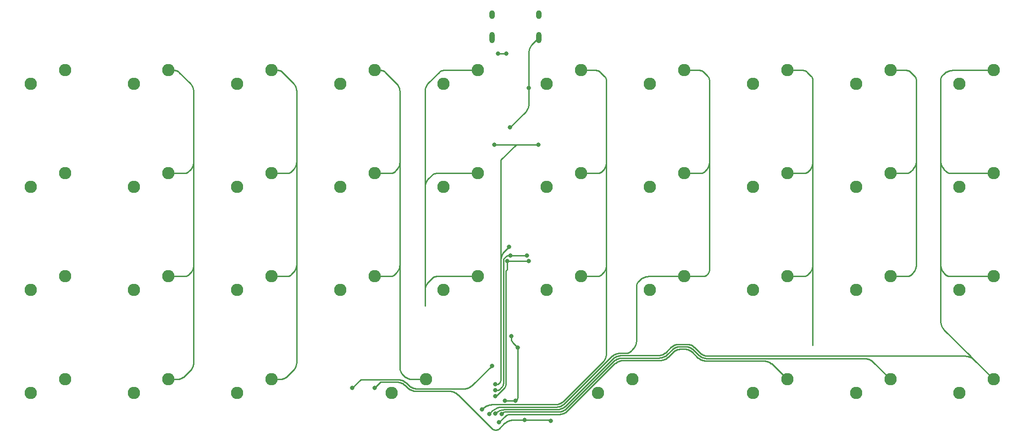
<source format=gbr>
%TF.GenerationSoftware,KiCad,Pcbnew,(5.99.0-12882-g2a6c73b8df)*%
%TF.CreationDate,2021-11-03T21:03:34+01:00*%
%TF.ProjectId,ortho-qaz,6f727468-6f2d-4716-917a-2e6b69636164,rev?*%
%TF.SameCoordinates,Original*%
%TF.FileFunction,Copper,L1,Top*%
%TF.FilePolarity,Positive*%
%FSLAX46Y46*%
G04 Gerber Fmt 4.6, Leading zero omitted, Abs format (unit mm)*
G04 Created by KiCad (PCBNEW (5.99.0-12882-g2a6c73b8df)) date 2021-11-03 21:03:34*
%MOMM*%
%LPD*%
G01*
G04 APERTURE LIST*
%TA.AperFunction,ComponentPad*%
%ADD10C,2.286000*%
%TD*%
%TA.AperFunction,ComponentPad*%
%ADD11O,1.000000X2.100000*%
%TD*%
%TA.AperFunction,ComponentPad*%
%ADD12O,1.000000X1.600000*%
%TD*%
%TA.AperFunction,ViaPad*%
%ADD13C,0.800000*%
%TD*%
%TA.AperFunction,Conductor*%
%ADD14C,0.250000*%
%TD*%
G04 APERTURE END LIST*
D10*
%TO.P,K26,2*%
%TO.N,Net-(D26-Pad2)*%
X171480000Y-70890000D03*
%TO.P,K26,1*%
%TO.N,col6*%
X177830000Y-68350000D03*
%TD*%
%TO.P,K24,2*%
%TO.N,Net-(D24-Pad2)*%
X133380000Y-70890000D03*
%TO.P,K24,1*%
%TO.N,col4*%
X139730000Y-68350000D03*
%TD*%
%TO.P,K39,2*%
%TO.N,Net-(D39-Pad2)*%
X228630000Y-89920000D03*
%TO.P,K39,1*%
%TO.N,col9*%
X234980000Y-87380000D03*
%TD*%
%TO.P,K38,2*%
%TO.N,Net-(D38-Pad2)*%
X209580000Y-89940000D03*
%TO.P,K38,1*%
%TO.N,col8*%
X215930000Y-87400000D03*
%TD*%
%TO.P,K37,2*%
%TO.N,Net-(D37-Pad2)*%
X190530000Y-89940000D03*
%TO.P,K37,1*%
%TO.N,col7*%
X196880000Y-87400000D03*
%TD*%
%TO.P,K35,2*%
%TO.N,Net-(D35-Pad2)*%
X161955000Y-89940000D03*
%TO.P,K35,1*%
%TO.N,col5*%
X168305000Y-87400000D03*
%TD*%
%TO.P,K33,2*%
%TO.N,Net-(D33-Pad2)*%
X123855000Y-89940000D03*
%TO.P,K33,1*%
%TO.N,col3*%
X130205000Y-87400000D03*
%TD*%
%TO.P,K32,2*%
%TO.N,Net-(D32-Pad2)*%
X95280000Y-89940000D03*
%TO.P,K32,1*%
%TO.N,col2*%
X101630000Y-87400000D03*
%TD*%
%TO.P,K31,2*%
%TO.N,Net-(D31-Pad2)*%
X76230000Y-89940000D03*
%TO.P,K31,1*%
%TO.N,col1*%
X82580000Y-87400000D03*
%TD*%
%TO.P,K30,2*%
%TO.N,Net-(D30-Pad2)*%
X57180000Y-89940000D03*
%TO.P,K30,1*%
%TO.N,col0*%
X63530000Y-87400000D03*
%TD*%
%TO.P,K29,2*%
%TO.N,Net-(D29-Pad2)*%
X228630000Y-70890000D03*
%TO.P,K29,1*%
%TO.N,col9*%
X234980000Y-68350000D03*
%TD*%
%TO.P,K28,2*%
%TO.N,Net-(D28-Pad2)*%
X209580000Y-70890000D03*
%TO.P,K28,1*%
%TO.N,col8*%
X215930000Y-68350000D03*
%TD*%
%TO.P,K27,2*%
%TO.N,Net-(D27-Pad2)*%
X190530000Y-70890000D03*
%TO.P,K27,1*%
%TO.N,col7*%
X196880000Y-68350000D03*
%TD*%
%TO.P,K25,2*%
%TO.N,Net-(D25-Pad2)*%
X152430000Y-70890000D03*
%TO.P,K25,1*%
%TO.N,col5*%
X158780000Y-68350000D03*
%TD*%
%TO.P,K23,2*%
%TO.N,Net-(D23-Pad2)*%
X114330000Y-70890000D03*
%TO.P,K23,1*%
%TO.N,col3*%
X120680000Y-68350000D03*
%TD*%
%TO.P,K22,2*%
%TO.N,Net-(D22-Pad2)*%
X95280000Y-70890000D03*
%TO.P,K22,1*%
%TO.N,col2*%
X101630000Y-68350000D03*
%TD*%
%TO.P,K21,2*%
%TO.N,Net-(D21-Pad2)*%
X76230000Y-70890000D03*
%TO.P,K21,1*%
%TO.N,col1*%
X82580000Y-68350000D03*
%TD*%
%TO.P,K20,2*%
%TO.N,Net-(D20-Pad2)*%
X57180000Y-70890000D03*
%TO.P,K20,1*%
%TO.N,col0*%
X63530000Y-68350000D03*
%TD*%
%TO.P,K19,2*%
%TO.N,Net-(D19-Pad2)*%
X228630000Y-51840000D03*
%TO.P,K19,1*%
%TO.N,col9*%
X234980000Y-49300000D03*
%TD*%
%TO.P,K18,2*%
%TO.N,Net-(D18-Pad2)*%
X209580000Y-51840000D03*
%TO.P,K18,1*%
%TO.N,col8*%
X215930000Y-49300000D03*
%TD*%
%TO.P,K17,2*%
%TO.N,Net-(D17-Pad2)*%
X190530000Y-51840000D03*
%TO.P,K17,1*%
%TO.N,col7*%
X196880000Y-49300000D03*
%TD*%
%TO.P,K16,2*%
%TO.N,Net-(D16-Pad2)*%
X171480000Y-51840000D03*
%TO.P,K16,1*%
%TO.N,col6*%
X177830000Y-49300000D03*
%TD*%
%TO.P,K15,2*%
%TO.N,Net-(D15-Pad2)*%
X152430000Y-51840000D03*
%TO.P,K15,1*%
%TO.N,col5*%
X158780000Y-49300000D03*
%TD*%
%TO.P,K14,2*%
%TO.N,Net-(D14-Pad2)*%
X133380000Y-51840000D03*
%TO.P,K14,1*%
%TO.N,col4*%
X139730000Y-49300000D03*
%TD*%
%TO.P,K13,2*%
%TO.N,Net-(D13-Pad2)*%
X114330000Y-51840000D03*
%TO.P,K13,1*%
%TO.N,col3*%
X120680000Y-49300000D03*
%TD*%
%TO.P,K12,2*%
%TO.N,Net-(D12-Pad2)*%
X95280000Y-51840000D03*
%TO.P,K12,1*%
%TO.N,col2*%
X101630000Y-49300000D03*
%TD*%
%TO.P,K11,2*%
%TO.N,Net-(D11-Pad2)*%
X76230000Y-51840000D03*
%TO.P,K11,1*%
%TO.N,col1*%
X82580000Y-49300000D03*
%TD*%
%TO.P,K10,2*%
%TO.N,Net-(D10-Pad2)*%
X57180000Y-51840000D03*
%TO.P,K10,1*%
%TO.N,col0*%
X63530000Y-49300000D03*
%TD*%
%TO.P,K9,2*%
%TO.N,Net-(D9-Pad2)*%
X228630000Y-32790000D03*
%TO.P,K9,1*%
%TO.N,col9*%
X234980000Y-30250000D03*
%TD*%
%TO.P,K8,2*%
%TO.N,Net-(D8-Pad2)*%
X209580000Y-32790000D03*
%TO.P,K8,1*%
%TO.N,col8*%
X215930000Y-30250000D03*
%TD*%
%TO.P,K7,2*%
%TO.N,Net-(D7-Pad2)*%
X190530000Y-32790000D03*
%TO.P,K7,1*%
%TO.N,col7*%
X196880000Y-30250000D03*
%TD*%
%TO.P,K6,2*%
%TO.N,Net-(D6-Pad2)*%
X171480000Y-32790000D03*
%TO.P,K6,1*%
%TO.N,col6*%
X177830000Y-30250000D03*
%TD*%
%TO.P,K5,2*%
%TO.N,Net-(D5-Pad2)*%
X152430000Y-32790000D03*
%TO.P,K5,1*%
%TO.N,col5*%
X158780000Y-30250000D03*
%TD*%
%TO.P,K4,2*%
%TO.N,Net-(D4-Pad2)*%
X133380000Y-32790000D03*
%TO.P,K4,1*%
%TO.N,col4*%
X139730000Y-30250000D03*
%TD*%
%TO.P,K3,2*%
%TO.N,Net-(D3-Pad2)*%
X114330000Y-32790000D03*
%TO.P,K3,1*%
%TO.N,col3*%
X120680000Y-30250000D03*
%TD*%
%TO.P,K2,2*%
%TO.N,Net-(D2-Pad2)*%
X95280000Y-32790000D03*
%TO.P,K2,1*%
%TO.N,col2*%
X101630000Y-30250000D03*
%TD*%
%TO.P,K1,2*%
%TO.N,Net-(D1-Pad2)*%
X76230000Y-32790000D03*
%TO.P,K1,1*%
%TO.N,col1*%
X82580000Y-30250000D03*
%TD*%
%TO.P,K0,2*%
%TO.N,Net-(D0-Pad2)*%
X57180000Y-32790000D03*
%TO.P,K0,1*%
%TO.N,col0*%
X63530000Y-30250000D03*
%TD*%
D11*
%TO.P,J1,S1*%
%TO.N,GND*%
X151035000Y-24172500D03*
X142395000Y-24172500D03*
D12*
X142395000Y-19992500D03*
X151035000Y-19992500D03*
%TD*%
D13*
%TO.N,GND*%
X149170000Y-33500000D03*
X148363528Y-94906472D03*
X145710000Y-40810000D03*
X153257501Y-95097501D03*
X120740000Y-88980000D03*
%TO.N,+5*%
X147099990Y-81520010D03*
X144790000Y-91330000D03*
X146690000Y-91330000D03*
X145909980Y-79449980D03*
%TO.N,row0*%
X145517180Y-62857180D03*
X142990000Y-88330000D03*
X150940000Y-43980000D03*
X142840000Y-43980000D03*
%TO.N,row1*%
X148790000Y-64530000D03*
X145790000Y-64530000D03*
X142990000Y-89430000D03*
%TO.N,row2*%
X149190000Y-65530000D03*
X145190000Y-65530000D03*
X142990000Y-90530000D03*
%TO.N,Net-(J1-PadA5)*%
X145000000Y-27170000D03*
X143510000Y-27170000D03*
%TO.N,col5*%
X140555000Y-92935000D03*
%TO.N,col6*%
X141840497Y-93780497D03*
%TO.N,col7*%
X143690000Y-95330000D03*
X143690000Y-95330000D03*
%TO.N,col8*%
X144140000Y-93830000D03*
%TO.N,col9*%
X142951998Y-93741998D03*
%TO.N,Net-(R3-Pad2)*%
X142340000Y-84880000D03*
X116590000Y-88980000D03*
%TD*%
D14*
%TO.N,GND*%
X153066472Y-94906472D02*
X153257501Y-95097501D01*
X148363528Y-94906472D02*
X153066472Y-94906472D01*
X148462893Y-38057106D02*
X145710000Y-40810000D01*
X148462893Y-38057106D02*
X148544599Y-37971285D01*
X148544599Y-37971285D02*
X148621997Y-37881559D01*
X148621997Y-37881559D02*
X148694900Y-37788144D01*
X148694900Y-37788144D02*
X148763130Y-37691264D01*
X148763130Y-37691264D02*
X148826525Y-37591152D01*
X148826525Y-37591152D02*
X148884931Y-37488051D01*
X148884931Y-37488051D02*
X148938208Y-37382208D01*
X148938208Y-37382208D02*
X148986228Y-37273878D01*
X148986228Y-37273878D02*
X149028874Y-37163323D01*
X149028874Y-37163323D02*
X149066044Y-37050808D01*
X149066044Y-37050808D02*
X149097648Y-36936605D01*
X149097648Y-36936605D02*
X149123611Y-36820989D01*
X149123611Y-36820989D02*
X149143869Y-36704238D01*
X149143869Y-36704238D02*
X149158374Y-36586634D01*
X149158374Y-36586634D02*
X149167091Y-36468459D01*
X149167091Y-36468459D02*
X149170000Y-36350000D01*
X149170000Y-36350000D02*
X149170000Y-33500000D01*
X149877106Y-25330393D02*
X151035000Y-24172500D01*
X149877106Y-25330393D02*
X149795398Y-25416212D01*
X149795398Y-25416212D02*
X149718000Y-25505938D01*
X149718000Y-25505938D02*
X149645098Y-25599354D01*
X149645098Y-25599354D02*
X149576867Y-25696234D01*
X149576867Y-25696234D02*
X149513472Y-25796345D01*
X149513472Y-25796345D02*
X149455066Y-25899447D01*
X149455066Y-25899447D02*
X149401789Y-26005290D01*
X149401789Y-26005290D02*
X149353770Y-26113620D01*
X149353770Y-26113620D02*
X149311124Y-26224175D01*
X149311124Y-26224175D02*
X149273954Y-26336690D01*
X149273954Y-26336690D02*
X149242350Y-26450893D01*
X149242350Y-26450893D02*
X149216387Y-26566510D01*
X149216387Y-26566510D02*
X149196129Y-26683261D01*
X149196129Y-26683261D02*
X149181624Y-26800865D01*
X149181624Y-26800865D02*
X149172907Y-26919040D01*
X149172907Y-26919040D02*
X149170000Y-27037500D01*
X149170000Y-27037500D02*
X149170000Y-33500000D01*
X146313528Y-94906472D02*
X148363528Y-94906472D01*
X146313528Y-94906472D02*
X146195068Y-94909379D01*
X146195068Y-94909379D02*
X146076893Y-94918096D01*
X146076893Y-94918096D02*
X145959289Y-94932601D01*
X145959289Y-94932601D02*
X145842538Y-94952859D01*
X145842538Y-94952859D02*
X145726921Y-94978822D01*
X145726921Y-94978822D02*
X145612718Y-95010426D01*
X145612718Y-95010426D02*
X145500203Y-95047596D01*
X145500203Y-95047596D02*
X145389648Y-95090242D01*
X145389648Y-95090242D02*
X145281318Y-95138261D01*
X145281318Y-95138261D02*
X145175475Y-95191538D01*
X145175475Y-95191538D02*
X145072374Y-95249944D01*
X145072374Y-95249944D02*
X144972262Y-95313339D01*
X144972262Y-95313339D02*
X144875382Y-95381570D01*
X144875382Y-95381570D02*
X144781966Y-95454472D01*
X144781966Y-95454472D02*
X144692241Y-95531870D01*
X144692241Y-95531870D02*
X144606421Y-95613578D01*
X143190000Y-96730000D02*
X143225537Y-96729126D01*
X143225537Y-96729126D02*
X143260990Y-96726511D01*
X143260990Y-96726511D02*
X143296271Y-96722160D01*
X143296271Y-96722160D02*
X143331296Y-96716082D01*
X143331296Y-96716082D02*
X143365981Y-96708293D01*
X143365981Y-96708293D02*
X143400242Y-96698812D01*
X143400242Y-96698812D02*
X143433996Y-96687661D01*
X143433996Y-96687661D02*
X143467163Y-96674867D01*
X143467163Y-96674867D02*
X143499662Y-96660461D01*
X143499662Y-96660461D02*
X143531414Y-96644478D01*
X143531414Y-96644478D02*
X143562345Y-96626956D01*
X143562345Y-96626956D02*
X143592378Y-96607938D01*
X143592378Y-96607938D02*
X143621442Y-96587469D01*
X143621442Y-96587469D02*
X143649467Y-96565598D01*
X143649467Y-96565598D02*
X143676384Y-96542378D01*
X143676384Y-96542378D02*
X143702131Y-96517867D01*
X143702131Y-96517867D02*
X144606421Y-95613578D01*
X142377867Y-96517867D02*
X142403613Y-96542379D01*
X142403613Y-96542379D02*
X142430530Y-96565598D01*
X142430530Y-96565598D02*
X142458555Y-96587469D01*
X142458555Y-96587469D02*
X142487619Y-96607938D01*
X142487619Y-96607938D02*
X142517653Y-96626957D01*
X142517653Y-96626957D02*
X142548583Y-96644479D01*
X142548583Y-96644479D02*
X142580336Y-96660462D01*
X142580336Y-96660462D02*
X142612835Y-96674868D01*
X142612835Y-96674868D02*
X142646002Y-96687661D01*
X142646002Y-96687661D02*
X142679756Y-96698812D01*
X142679756Y-96698812D02*
X142714017Y-96708294D01*
X142714017Y-96708294D02*
X142748702Y-96716082D01*
X142748702Y-96716082D02*
X142783728Y-96722160D01*
X142783728Y-96722160D02*
X142819009Y-96726511D01*
X142819009Y-96726511D02*
X142854461Y-96729127D01*
X142854461Y-96729127D02*
X142890000Y-96730000D01*
X142890000Y-96730000D02*
X143190000Y-96730000D01*
X134440010Y-89580009D02*
X134558471Y-89582916D01*
X134558471Y-89582916D02*
X134676648Y-89591632D01*
X134676648Y-89591632D02*
X134794254Y-89606135D01*
X134794254Y-89606135D02*
X134911007Y-89626391D01*
X134911007Y-89626391D02*
X135026626Y-89652350D01*
X135026626Y-89652350D02*
X135140832Y-89683951D01*
X135140832Y-89683951D02*
X135253350Y-89721116D01*
X135253350Y-89721116D02*
X135363910Y-89763757D01*
X135363910Y-89763757D02*
X135472244Y-89811771D01*
X135472244Y-89811771D02*
X135578092Y-89865042D01*
X135578092Y-89865042D02*
X135681200Y-89923441D01*
X135681200Y-89923441D02*
X135781317Y-89986829D01*
X135781317Y-89986829D02*
X135878205Y-90055053D01*
X135878205Y-90055053D02*
X135971629Y-90127947D01*
X135971629Y-90127947D02*
X136061364Y-90205338D01*
X136061364Y-90205338D02*
X136147116Y-90287116D01*
X136147116Y-90287116D02*
X142377867Y-96517867D01*
X126696492Y-88872902D02*
X126782312Y-88954608D01*
X126782312Y-88954608D02*
X126872038Y-89032006D01*
X126872038Y-89032006D02*
X126965453Y-89104909D01*
X126965453Y-89104909D02*
X127062334Y-89173139D01*
X127062334Y-89173139D02*
X127162445Y-89236534D01*
X127162445Y-89236534D02*
X127265546Y-89294940D01*
X127265546Y-89294940D02*
X127371389Y-89348217D01*
X127371389Y-89348217D02*
X127479719Y-89396236D01*
X127479719Y-89396236D02*
X127590275Y-89438882D01*
X127590275Y-89438882D02*
X127702789Y-89476052D01*
X127702789Y-89476052D02*
X127816993Y-89507656D01*
X127816993Y-89507656D02*
X127932609Y-89533619D01*
X127932609Y-89533619D02*
X128049360Y-89553877D01*
X128049360Y-89553877D02*
X128166964Y-89568382D01*
X128166964Y-89568382D02*
X128285139Y-89577099D01*
X128285139Y-89577099D02*
X128403599Y-89580009D01*
X128403599Y-89580009D02*
X134440010Y-89580009D01*
X124703600Y-87880010D02*
X124822059Y-87882918D01*
X124822059Y-87882918D02*
X124940234Y-87891635D01*
X124940234Y-87891635D02*
X125057838Y-87906140D01*
X125057838Y-87906140D02*
X125174589Y-87926398D01*
X125174589Y-87926398D02*
X125290205Y-87952360D01*
X125290205Y-87952360D02*
X125404408Y-87983965D01*
X125404408Y-87983965D02*
X125516923Y-88021135D01*
X125516923Y-88021135D02*
X125627478Y-88063780D01*
X125627478Y-88063780D02*
X125735808Y-88111800D01*
X125735808Y-88111800D02*
X125841651Y-88165077D01*
X125841651Y-88165077D02*
X125944753Y-88223483D01*
X125944753Y-88223483D02*
X126044864Y-88286878D01*
X126044864Y-88286878D02*
X126141744Y-88355108D01*
X126141744Y-88355108D02*
X126235159Y-88428010D01*
X126235159Y-88428010D02*
X126324885Y-88505408D01*
X126324885Y-88505408D02*
X126410706Y-88587116D01*
X126410706Y-88587116D02*
X126696492Y-88872902D01*
X121839990Y-87880010D02*
X120740000Y-88980000D01*
X120740000Y-88980000D02*
X120740000Y-88980000D01*
X121839990Y-87880010D02*
X124703600Y-87880010D01*
%TO.N,+5*%
X145590000Y-91330000D02*
X144790000Y-91330000D01*
X144790000Y-91330000D02*
X144790000Y-91330000D01*
X146790000Y-91330000D02*
X146690000Y-91330000D01*
X146690000Y-91330000D02*
X144790000Y-91330000D01*
X146887857Y-91232142D02*
X146790000Y-91330000D01*
X146887857Y-91232142D02*
X146912368Y-91206395D01*
X146912368Y-91206395D02*
X146935588Y-91179477D01*
X146935588Y-91179477D02*
X146957458Y-91151453D01*
X146957458Y-91151453D02*
X146977928Y-91122389D01*
X146977928Y-91122389D02*
X146996946Y-91092355D01*
X146996946Y-91092355D02*
X147014468Y-91061425D01*
X147014468Y-91061425D02*
X147030451Y-91029672D01*
X147030451Y-91029672D02*
X147044857Y-90997173D01*
X147044857Y-90997173D02*
X147057651Y-90964007D01*
X147057651Y-90964007D02*
X147068802Y-90930252D01*
X147068802Y-90930252D02*
X147078283Y-90895991D01*
X147078283Y-90895991D02*
X147086072Y-90861306D01*
X147086072Y-90861306D02*
X147092150Y-90826281D01*
X147092150Y-90826281D02*
X147096501Y-90791000D01*
X147096501Y-90791000D02*
X147099116Y-90755547D01*
X147099116Y-90755547D02*
X147099990Y-90720010D01*
X147099990Y-90720010D02*
X147099990Y-81520010D01*
X145909980Y-79449980D02*
X145909980Y-79449980D01*
X146263533Y-80683553D02*
X147099990Y-81520010D01*
X146263533Y-80683553D02*
X146071701Y-80433553D01*
X146071701Y-80433553D02*
X145951110Y-80142422D01*
X145951110Y-80142422D02*
X145909980Y-79830000D01*
X145909980Y-79830000D02*
X145909980Y-79449980D01*
%TO.N,row0*%
X145544360Y-62830000D02*
X145517180Y-62857180D01*
X143490000Y-88330000D02*
X142990000Y-88330000D01*
X142990000Y-88330000D02*
X142990000Y-88330000D01*
X143661435Y-88158564D02*
X143490000Y-88330000D01*
X143661435Y-88158564D02*
X143702288Y-88115653D01*
X143702288Y-88115653D02*
X143740987Y-88070790D01*
X143740987Y-88070790D02*
X143777438Y-88024083D01*
X143777438Y-88024083D02*
X143811554Y-87975643D01*
X143811554Y-87975643D02*
X143843251Y-87925587D01*
X143843251Y-87925587D02*
X143872454Y-87874036D01*
X143872454Y-87874036D02*
X143899093Y-87821115D01*
X143899093Y-87821115D02*
X143923102Y-87766950D01*
X143923102Y-87766950D02*
X143944425Y-87711672D01*
X143944425Y-87711672D02*
X143963010Y-87655415D01*
X143963010Y-87655415D02*
X143978813Y-87598313D01*
X143978813Y-87598313D02*
X143991794Y-87540505D01*
X143991794Y-87540505D02*
X144001923Y-87482130D01*
X144001923Y-87482130D02*
X144009175Y-87423328D01*
X144009175Y-87423328D02*
X144013534Y-87364240D01*
X144013534Y-87364240D02*
X144014989Y-87305011D01*
X144722095Y-63652264D02*
X145517180Y-62857180D01*
X144722095Y-63652264D02*
X144640387Y-63738083D01*
X144640387Y-63738083D02*
X144562989Y-63827809D01*
X144562989Y-63827809D02*
X144490087Y-63921225D01*
X144490087Y-63921225D02*
X144421856Y-64018105D01*
X144421856Y-64018105D02*
X144358461Y-64118216D01*
X144358461Y-64118216D02*
X144300055Y-64221318D01*
X144300055Y-64221318D02*
X144246778Y-64327161D01*
X144246778Y-64327161D02*
X144198759Y-64435491D01*
X144198759Y-64435491D02*
X144156113Y-64546046D01*
X144156113Y-64546046D02*
X144118943Y-64658561D01*
X144118943Y-64658561D02*
X144087339Y-64772764D01*
X144087339Y-64772764D02*
X144061376Y-64888381D01*
X144061376Y-64888381D02*
X144041118Y-65005132D01*
X144041118Y-65005132D02*
X144026613Y-65122736D01*
X144026613Y-65122736D02*
X144017896Y-65240911D01*
X144017896Y-65240911D02*
X144014989Y-65359371D01*
X144014989Y-65359371D02*
X144014989Y-87305011D01*
X144014989Y-46805011D02*
X146840000Y-43980000D01*
X144014989Y-65359371D02*
X144014989Y-46805011D01*
X146840000Y-43980000D02*
X142840000Y-43980000D01*
X150940000Y-43980000D02*
X146840000Y-43980000D01*
%TO.N,row1*%
X145790000Y-64530000D02*
X148790000Y-64530000D01*
X142990000Y-89430000D02*
X142990000Y-89430000D01*
X144111445Y-88908554D02*
X144152298Y-88865643D01*
X144152298Y-88865643D02*
X144190997Y-88820780D01*
X144190997Y-88820780D02*
X144227448Y-88774072D01*
X144227448Y-88774072D02*
X144261563Y-88725632D01*
X144261563Y-88725632D02*
X144293261Y-88675577D01*
X144293261Y-88675577D02*
X144322464Y-88624026D01*
X144322464Y-88624026D02*
X144349102Y-88571105D01*
X144349102Y-88571105D02*
X144373112Y-88516940D01*
X144373112Y-88516940D02*
X144394435Y-88461662D01*
X144394435Y-88461662D02*
X144413020Y-88405405D01*
X144413020Y-88405405D02*
X144428822Y-88348303D01*
X144428822Y-88348303D02*
X144441804Y-88290495D01*
X144441804Y-88290495D02*
X144451933Y-88232120D01*
X144451933Y-88232120D02*
X144459185Y-88173318D01*
X144459185Y-88173318D02*
X144463544Y-88114230D01*
X144463544Y-88114230D02*
X144464999Y-88055001D01*
X143290000Y-89430000D02*
X142990000Y-89430000D01*
X143290000Y-89430000D02*
X143325537Y-89429126D01*
X143325537Y-89429126D02*
X143360990Y-89426511D01*
X143360990Y-89426511D02*
X143396271Y-89422160D01*
X143396271Y-89422160D02*
X143431296Y-89416082D01*
X143431296Y-89416082D02*
X143465981Y-89408293D01*
X143465981Y-89408293D02*
X143500242Y-89398812D01*
X143500242Y-89398812D02*
X143533996Y-89387661D01*
X143533996Y-89387661D02*
X143567163Y-89374867D01*
X143567163Y-89374867D02*
X143599662Y-89360461D01*
X143599662Y-89360461D02*
X143631414Y-89344478D01*
X143631414Y-89344478D02*
X143662345Y-89326956D01*
X143662345Y-89326956D02*
X143692378Y-89307938D01*
X143692378Y-89307938D02*
X143721442Y-89287469D01*
X143721442Y-89287469D02*
X143749467Y-89265598D01*
X143749467Y-89265598D02*
X143776384Y-89242378D01*
X143776384Y-89242378D02*
X143802131Y-89217867D01*
X143802131Y-89217867D02*
X144111445Y-88908554D01*
X144464999Y-65381999D02*
X144464999Y-88055001D01*
X144464999Y-65381999D02*
X144465580Y-65358306D01*
X144465580Y-65358306D02*
X144467323Y-65334672D01*
X144467323Y-65334672D02*
X144470224Y-65311151D01*
X144470224Y-65311151D02*
X144474276Y-65287800D01*
X144474276Y-65287800D02*
X144479468Y-65264677D01*
X144479468Y-65264677D02*
X144485789Y-65241836D01*
X144485789Y-65241836D02*
X144493223Y-65219333D01*
X144493223Y-65219333D02*
X144501752Y-65197222D01*
X144501752Y-65197222D02*
X144511356Y-65175556D01*
X144511356Y-65175556D02*
X144522011Y-65154388D01*
X144522011Y-65154388D02*
X144533693Y-65133767D01*
X144533693Y-65133767D02*
X144546372Y-65113745D01*
X144546372Y-65113745D02*
X144560018Y-65094369D01*
X144560018Y-65094369D02*
X144574598Y-65075686D01*
X144574598Y-65075686D02*
X144590078Y-65057740D01*
X144590078Y-65057740D02*
X144606420Y-65040577D01*
X145316998Y-64530000D02*
X145790000Y-64530000D01*
X145316998Y-64530000D02*
X145293305Y-64530581D01*
X145293305Y-64530581D02*
X145269671Y-64532324D01*
X145269671Y-64532324D02*
X145246150Y-64535225D01*
X145246150Y-64535225D02*
X145222799Y-64539277D01*
X145222799Y-64539277D02*
X145199676Y-64544469D01*
X145199676Y-64544469D02*
X145176835Y-64550790D01*
X145176835Y-64550790D02*
X145154332Y-64558224D01*
X145154332Y-64558224D02*
X145132221Y-64566753D01*
X145132221Y-64566753D02*
X145110555Y-64576357D01*
X145110555Y-64576357D02*
X145089387Y-64587012D01*
X145089387Y-64587012D02*
X145068766Y-64598694D01*
X145068766Y-64598694D02*
X145048744Y-64611373D01*
X145048744Y-64611373D02*
X145029368Y-64625019D01*
X145029368Y-64625019D02*
X145010685Y-64639599D01*
X145010685Y-64639599D02*
X144992739Y-64655079D01*
X144992739Y-64655079D02*
X144975576Y-64671421D01*
X144975576Y-64671421D02*
X144606420Y-65040577D01*
%TO.N,row2*%
X145190000Y-65530000D02*
X149190000Y-65530000D01*
X143126410Y-90530000D02*
X142990000Y-90530000D01*
X142990000Y-90530000D02*
X142990000Y-90530000D01*
X144915008Y-88241402D02*
X144913553Y-88300631D01*
X144913553Y-88300631D02*
X144909195Y-88359719D01*
X144909195Y-88359719D02*
X144901942Y-88418521D01*
X144901942Y-88418521D02*
X144891813Y-88476896D01*
X144891813Y-88476896D02*
X144878832Y-88534704D01*
X144878832Y-88534704D02*
X144863029Y-88591806D01*
X144863029Y-88591806D02*
X144844444Y-88648063D01*
X144844444Y-88648063D02*
X144823121Y-88703341D01*
X144823121Y-88703341D02*
X144799112Y-88757506D01*
X144799112Y-88757506D02*
X144772473Y-88810427D01*
X144772473Y-88810427D02*
X144743270Y-88861978D01*
X144743270Y-88861978D02*
X144711573Y-88912034D01*
X144711573Y-88912034D02*
X144677457Y-88960474D01*
X144677457Y-88960474D02*
X144641006Y-89007181D01*
X144641006Y-89007181D02*
X144602307Y-89052044D01*
X144602307Y-89052044D02*
X144561454Y-89094955D01*
X144561454Y-89094955D02*
X143126410Y-90530000D01*
X144915008Y-67430000D02*
X144915008Y-88241402D01*
X144915008Y-67430000D02*
X144916169Y-67406336D01*
X144916169Y-67406336D02*
X144919646Y-67382900D01*
X144919646Y-67382900D02*
X144925403Y-67359918D01*
X144925403Y-67359918D02*
X144933384Y-67337611D01*
X144933384Y-67337611D02*
X144943514Y-67316194D01*
X144943514Y-67316194D02*
X144955694Y-67295872D01*
X144955694Y-67295872D02*
X144969807Y-67276843D01*
X144969807Y-67276843D02*
X144985719Y-67259289D01*
X145190000Y-66955009D02*
X145190000Y-65530000D01*
X145190000Y-66955009D02*
X145188837Y-66978672D01*
X145188837Y-66978672D02*
X145185360Y-67002107D01*
X145185360Y-67002107D02*
X145179604Y-67025089D01*
X145179604Y-67025089D02*
X145171622Y-67047396D01*
X145171622Y-67047396D02*
X145161492Y-67068813D01*
X145161492Y-67068813D02*
X145149312Y-67089134D01*
X145149312Y-67089134D02*
X145135199Y-67108164D01*
X145135199Y-67108164D02*
X145119289Y-67125719D01*
X145119289Y-67125719D02*
X144985719Y-67259289D01*
%TO.N,Net-(J1-PadA5)*%
X145000000Y-27170000D02*
X143510000Y-27170000D01*
X143510000Y-27170000D02*
X143510000Y-27170000D01*
%TO.N,col1*%
X87290000Y-48030000D02*
X87290000Y-48430000D01*
X83710000Y-30250000D02*
X82580000Y-30250000D01*
X83710000Y-30250000D02*
X83769229Y-30251454D01*
X83769229Y-30251454D02*
X83828317Y-30255812D01*
X83828317Y-30255812D02*
X83887119Y-30263065D01*
X83887119Y-30263065D02*
X83945494Y-30273194D01*
X83945494Y-30273194D02*
X84003302Y-30286175D01*
X84003302Y-30286175D02*
X84060404Y-30301977D01*
X84060404Y-30301977D02*
X84116661Y-30320562D01*
X84116661Y-30320562D02*
X84171939Y-30341885D01*
X84171939Y-30341885D02*
X84226104Y-30365895D01*
X84226104Y-30365895D02*
X84279025Y-30392533D01*
X84279025Y-30392533D02*
X84330576Y-30421736D01*
X84330576Y-30421736D02*
X84380632Y-30453434D01*
X84380632Y-30453434D02*
X84429072Y-30487549D01*
X84429072Y-30487549D02*
X84475779Y-30524000D01*
X84475779Y-30524000D02*
X84520642Y-30562699D01*
X84520642Y-30562699D02*
X84563553Y-30603553D01*
X86582893Y-32622893D02*
X84563553Y-30603553D01*
X86582893Y-32622893D02*
X86664600Y-32708713D01*
X86664600Y-32708713D02*
X86741998Y-32798438D01*
X86741998Y-32798438D02*
X86814900Y-32891854D01*
X86814900Y-32891854D02*
X86883131Y-32988734D01*
X86883131Y-32988734D02*
X86946526Y-33088846D01*
X86946526Y-33088846D02*
X87004932Y-33191947D01*
X87004932Y-33191947D02*
X87058209Y-33297790D01*
X87058209Y-33297790D02*
X87106228Y-33406120D01*
X87106228Y-33406120D02*
X87148874Y-33516675D01*
X87148874Y-33516675D02*
X87186044Y-33629190D01*
X87186044Y-33629190D02*
X87217648Y-33743393D01*
X87217648Y-33743393D02*
X87243611Y-33859010D01*
X87243611Y-33859010D02*
X87263869Y-33975761D01*
X87263869Y-33975761D02*
X87278374Y-34093365D01*
X87278374Y-34093365D02*
X87287091Y-34211540D01*
X87287091Y-34211540D02*
X87290000Y-34330000D01*
X86582893Y-48737106D02*
X86664599Y-48651285D01*
X86664599Y-48651285D02*
X86741997Y-48561559D01*
X86741997Y-48561559D02*
X86814900Y-48468144D01*
X86814900Y-48468144D02*
X86883130Y-48371264D01*
X86883130Y-48371264D02*
X86946525Y-48271152D01*
X86946525Y-48271152D02*
X87004931Y-48168051D01*
X87004931Y-48168051D02*
X87058208Y-48062208D01*
X87058208Y-48062208D02*
X87106228Y-47953878D01*
X87106228Y-47953878D02*
X87148874Y-47843323D01*
X87148874Y-47843323D02*
X87186044Y-47730808D01*
X87186044Y-47730808D02*
X87217648Y-47616605D01*
X87217648Y-47616605D02*
X87243611Y-47500989D01*
X87243611Y-47500989D02*
X87263869Y-47384238D01*
X87263869Y-47384238D02*
X87278374Y-47266634D01*
X87278374Y-47266634D02*
X87287091Y-47148459D01*
X87287091Y-47148459D02*
X87290000Y-47030000D01*
X87290000Y-47030000D02*
X87290000Y-34330000D01*
X85520000Y-49300000D02*
X82580000Y-49300000D01*
X85520000Y-49300000D02*
X85579229Y-49298545D01*
X85579229Y-49298545D02*
X85638317Y-49294187D01*
X85638317Y-49294187D02*
X85697119Y-49286934D01*
X85697119Y-49286934D02*
X85755494Y-49276805D01*
X85755494Y-49276805D02*
X85813302Y-49263824D01*
X85813302Y-49263824D02*
X85870404Y-49248021D01*
X85870404Y-49248021D02*
X85926661Y-49229436D01*
X85926661Y-49229436D02*
X85981939Y-49208113D01*
X85981939Y-49208113D02*
X86036104Y-49184104D01*
X86036104Y-49184104D02*
X86089025Y-49157465D01*
X86089025Y-49157465D02*
X86140576Y-49128262D01*
X86140576Y-49128262D02*
X86190632Y-49096565D01*
X86190632Y-49096565D02*
X86239072Y-49062449D01*
X86239072Y-49062449D02*
X86285779Y-49025998D01*
X86285779Y-49025998D02*
X86330642Y-48987299D01*
X86330642Y-48987299D02*
X86373553Y-48946446D01*
X86373553Y-48946446D02*
X86582893Y-48737106D01*
X87287091Y-48427091D02*
X87290000Y-48430000D01*
X87287091Y-47148459D02*
X87287091Y-48427091D01*
X86582893Y-67837106D02*
X86664599Y-67751285D01*
X86664599Y-67751285D02*
X86741997Y-67661559D01*
X86741997Y-67661559D02*
X86814900Y-67568144D01*
X86814900Y-67568144D02*
X86883130Y-67471264D01*
X86883130Y-67471264D02*
X86946525Y-67371152D01*
X86946525Y-67371152D02*
X87004931Y-67268051D01*
X87004931Y-67268051D02*
X87058208Y-67162208D01*
X87058208Y-67162208D02*
X87106228Y-67053878D01*
X87106228Y-67053878D02*
X87148874Y-66943323D01*
X87148874Y-66943323D02*
X87186044Y-66830808D01*
X87186044Y-66830808D02*
X87217648Y-66716605D01*
X87217648Y-66716605D02*
X87243611Y-66600989D01*
X87243611Y-66600989D02*
X87263869Y-66484238D01*
X87263869Y-66484238D02*
X87278374Y-66366634D01*
X87278374Y-66366634D02*
X87287091Y-66248459D01*
X87287091Y-66248459D02*
X87290000Y-66130000D01*
X87290000Y-66130000D02*
X87290000Y-48430000D01*
X85570000Y-68350000D02*
X82580000Y-68350000D01*
X85570000Y-68350000D02*
X85629229Y-68348545D01*
X85629229Y-68348545D02*
X85688317Y-68344187D01*
X85688317Y-68344187D02*
X85747119Y-68336934D01*
X85747119Y-68336934D02*
X85805494Y-68326805D01*
X85805494Y-68326805D02*
X85863302Y-68313824D01*
X85863302Y-68313824D02*
X85920404Y-68298021D01*
X85920404Y-68298021D02*
X85976661Y-68279436D01*
X85976661Y-68279436D02*
X86031939Y-68258113D01*
X86031939Y-68258113D02*
X86086104Y-68234104D01*
X86086104Y-68234104D02*
X86139025Y-68207465D01*
X86139025Y-68207465D02*
X86190576Y-68178262D01*
X86190576Y-68178262D02*
X86240632Y-68146565D01*
X86240632Y-68146565D02*
X86289072Y-68112449D01*
X86289072Y-68112449D02*
X86335779Y-68075998D01*
X86335779Y-68075998D02*
X86380642Y-68037299D01*
X86380642Y-68037299D02*
X86423553Y-67996446D01*
X86423553Y-67996446D02*
X86582893Y-67837106D01*
X87287091Y-67127091D02*
X87290000Y-67130000D01*
X87287091Y-66248459D02*
X87287091Y-67127091D01*
X86582893Y-85837106D02*
X86664600Y-85751285D01*
X86664600Y-85751285D02*
X86741998Y-85661560D01*
X86741998Y-85661560D02*
X86814900Y-85568144D01*
X86814900Y-85568144D02*
X86883131Y-85471264D01*
X86883131Y-85471264D02*
X86946526Y-85371153D01*
X86946526Y-85371153D02*
X87004932Y-85268051D01*
X87004932Y-85268051D02*
X87058209Y-85162208D01*
X87058209Y-85162208D02*
X87106228Y-85053879D01*
X87106228Y-85053879D02*
X87148874Y-84943323D01*
X87148874Y-84943323D02*
X87186044Y-84830808D01*
X87186044Y-84830808D02*
X87217648Y-84716605D01*
X87217648Y-84716605D02*
X87243611Y-84600989D01*
X87243611Y-84600989D02*
X87263869Y-84484238D01*
X87263869Y-84484238D02*
X87278374Y-84366634D01*
X87278374Y-84366634D02*
X87287091Y-84248459D01*
X87287091Y-84248459D02*
X87290000Y-84130000D01*
X87290000Y-84130000D02*
X87290000Y-67130000D01*
X84020000Y-87400000D02*
X82580000Y-87400000D01*
X84020000Y-87400000D02*
X84138459Y-87397091D01*
X84138459Y-87397091D02*
X84256634Y-87388374D01*
X84256634Y-87388374D02*
X84374238Y-87373868D01*
X84374238Y-87373868D02*
X84490989Y-87353610D01*
X84490989Y-87353610D02*
X84606605Y-87327648D01*
X84606605Y-87327648D02*
X84720808Y-87296043D01*
X84720808Y-87296043D02*
X84833323Y-87258873D01*
X84833323Y-87258873D02*
X84943879Y-87216227D01*
X84943879Y-87216227D02*
X85052208Y-87168208D01*
X85052208Y-87168208D02*
X85158051Y-87114931D01*
X85158051Y-87114931D02*
X85261153Y-87056525D01*
X85261153Y-87056525D02*
X85361264Y-86993130D01*
X85361264Y-86993130D02*
X85458144Y-86924899D01*
X85458144Y-86924899D02*
X85551559Y-86851997D01*
X85551559Y-86851997D02*
X85641285Y-86774599D01*
X85641285Y-86774599D02*
X85727106Y-86692892D01*
X85727106Y-86692892D02*
X86582893Y-85837106D01*
%TO.N,col2*%
X105582893Y-32522893D02*
X105664599Y-32608713D01*
X105664599Y-32608713D02*
X105741997Y-32698439D01*
X105741997Y-32698439D02*
X105814900Y-32791854D01*
X105814900Y-32791854D02*
X105883130Y-32888735D01*
X105883130Y-32888735D02*
X105946525Y-32988846D01*
X105946525Y-32988846D02*
X106004931Y-33091947D01*
X106004931Y-33091947D02*
X106058208Y-33197790D01*
X106058208Y-33197790D02*
X106106227Y-33306120D01*
X106106227Y-33306120D02*
X106148873Y-33416676D01*
X106148873Y-33416676D02*
X106186043Y-33529190D01*
X106186043Y-33529190D02*
X106217647Y-33643394D01*
X106217647Y-33643394D02*
X106243610Y-33759010D01*
X106243610Y-33759010D02*
X106263868Y-33875761D01*
X106263868Y-33875761D02*
X106278373Y-33993365D01*
X106278373Y-33993365D02*
X106287090Y-34111540D01*
X106287090Y-34111540D02*
X106290000Y-34230000D01*
X102810000Y-30250000D02*
X101630000Y-30250000D01*
X102810000Y-30250000D02*
X102869229Y-30251454D01*
X102869229Y-30251454D02*
X102928317Y-30255812D01*
X102928317Y-30255812D02*
X102987119Y-30263065D01*
X102987119Y-30263065D02*
X103045494Y-30273194D01*
X103045494Y-30273194D02*
X103103302Y-30286175D01*
X103103302Y-30286175D02*
X103160404Y-30301977D01*
X103160404Y-30301977D02*
X103216661Y-30320562D01*
X103216661Y-30320562D02*
X103271939Y-30341885D01*
X103271939Y-30341885D02*
X103326104Y-30365895D01*
X103326104Y-30365895D02*
X103379025Y-30392533D01*
X103379025Y-30392533D02*
X103430576Y-30421736D01*
X103430576Y-30421736D02*
X103480632Y-30453434D01*
X103480632Y-30453434D02*
X103529072Y-30487549D01*
X103529072Y-30487549D02*
X103575779Y-30524000D01*
X103575779Y-30524000D02*
X103620642Y-30562699D01*
X103620642Y-30562699D02*
X103663553Y-30603553D01*
X103663553Y-30603553D02*
X105582893Y-32522893D01*
X106290000Y-47030000D02*
X106290000Y-34230000D01*
X106290000Y-47030000D02*
X106287091Y-47148459D01*
X106287091Y-47148459D02*
X106278374Y-47266634D01*
X106278374Y-47266634D02*
X106263869Y-47384238D01*
X106263869Y-47384238D02*
X106243611Y-47500989D01*
X106243611Y-47500989D02*
X106217648Y-47616605D01*
X106217648Y-47616605D02*
X106186044Y-47730808D01*
X106186044Y-47730808D02*
X106148874Y-47843323D01*
X106148874Y-47843323D02*
X106106228Y-47953879D01*
X106106228Y-47953879D02*
X106058209Y-48062208D01*
X106058209Y-48062208D02*
X106004932Y-48168051D01*
X106004932Y-48168051D02*
X105946525Y-48271153D01*
X105946525Y-48271153D02*
X105883131Y-48371264D01*
X105883131Y-48371264D02*
X105814900Y-48468144D01*
X105814900Y-48468144D02*
X105741998Y-48561559D01*
X105741998Y-48561559D02*
X105664600Y-48651285D01*
X105664600Y-48651285D02*
X105582893Y-48737106D01*
X104520000Y-49300000D02*
X101630000Y-49300000D01*
X104520000Y-49300000D02*
X104579229Y-49298545D01*
X104579229Y-49298545D02*
X104638317Y-49294187D01*
X104638317Y-49294187D02*
X104697119Y-49286934D01*
X104697119Y-49286934D02*
X104755494Y-49276805D01*
X104755494Y-49276805D02*
X104813302Y-49263824D01*
X104813302Y-49263824D02*
X104870404Y-49248021D01*
X104870404Y-49248021D02*
X104926661Y-49229436D01*
X104926661Y-49229436D02*
X104981939Y-49208113D01*
X104981939Y-49208113D02*
X105036104Y-49184104D01*
X105036104Y-49184104D02*
X105089025Y-49157465D01*
X105089025Y-49157465D02*
X105140576Y-49128262D01*
X105140576Y-49128262D02*
X105190632Y-49096565D01*
X105190632Y-49096565D02*
X105239072Y-49062449D01*
X105239072Y-49062449D02*
X105285779Y-49025998D01*
X105285779Y-49025998D02*
X105330642Y-48987299D01*
X105330642Y-48987299D02*
X105373553Y-48946446D01*
X105373553Y-48946446D02*
X105582893Y-48737106D01*
X106287091Y-48027091D02*
X106290000Y-48030000D01*
X106287091Y-47148459D02*
X106287091Y-48027091D01*
X105582893Y-67737106D02*
X105664599Y-67651285D01*
X105664599Y-67651285D02*
X105741997Y-67561559D01*
X105741997Y-67561559D02*
X105814900Y-67468144D01*
X105814900Y-67468144D02*
X105883130Y-67371264D01*
X105883130Y-67371264D02*
X105946525Y-67271152D01*
X105946525Y-67271152D02*
X106004931Y-67168051D01*
X106004931Y-67168051D02*
X106058208Y-67062208D01*
X106058208Y-67062208D02*
X106106228Y-66953878D01*
X106106228Y-66953878D02*
X106148874Y-66843323D01*
X106148874Y-66843323D02*
X106186044Y-66730808D01*
X106186044Y-66730808D02*
X106217648Y-66616605D01*
X106217648Y-66616605D02*
X106243611Y-66500989D01*
X106243611Y-66500989D02*
X106263869Y-66384238D01*
X106263869Y-66384238D02*
X106278374Y-66266634D01*
X106278374Y-66266634D02*
X106287091Y-66148459D01*
X106287091Y-66148459D02*
X106290000Y-66030000D01*
X106290000Y-66030000D02*
X106290000Y-48030000D01*
X104470000Y-68350000D02*
X101630000Y-68350000D01*
X104470000Y-68350000D02*
X104529229Y-68348545D01*
X104529229Y-68348545D02*
X104588317Y-68344187D01*
X104588317Y-68344187D02*
X104647119Y-68336934D01*
X104647119Y-68336934D02*
X104705494Y-68326805D01*
X104705494Y-68326805D02*
X104763302Y-68313824D01*
X104763302Y-68313824D02*
X104820404Y-68298021D01*
X104820404Y-68298021D02*
X104876661Y-68279436D01*
X104876661Y-68279436D02*
X104931939Y-68258113D01*
X104931939Y-68258113D02*
X104986104Y-68234104D01*
X104986104Y-68234104D02*
X105039025Y-68207465D01*
X105039025Y-68207465D02*
X105090576Y-68178262D01*
X105090576Y-68178262D02*
X105140632Y-68146565D01*
X105140632Y-68146565D02*
X105189072Y-68112449D01*
X105189072Y-68112449D02*
X105235779Y-68075998D01*
X105235779Y-68075998D02*
X105280642Y-68037299D01*
X105280642Y-68037299D02*
X105323553Y-67996446D01*
X105323553Y-67996446D02*
X105582893Y-67737106D01*
X103020000Y-87400000D02*
X101630000Y-87400000D01*
X103020000Y-87400000D02*
X103138459Y-87397091D01*
X103138459Y-87397091D02*
X103256634Y-87388374D01*
X103256634Y-87388374D02*
X103374238Y-87373869D01*
X103374238Y-87373869D02*
X103490989Y-87353611D01*
X103490989Y-87353611D02*
X103606605Y-87327648D01*
X103606605Y-87327648D02*
X103720808Y-87296044D01*
X103720808Y-87296044D02*
X103833323Y-87258874D01*
X103833323Y-87258874D02*
X103943879Y-87216228D01*
X103943879Y-87216228D02*
X104052208Y-87168209D01*
X104052208Y-87168209D02*
X104158051Y-87114932D01*
X104158051Y-87114932D02*
X104261153Y-87056525D01*
X104261153Y-87056525D02*
X104361264Y-86993131D01*
X104361264Y-86993131D02*
X104458144Y-86924900D01*
X104458144Y-86924900D02*
X104551559Y-86851998D01*
X104551559Y-86851998D02*
X104641285Y-86774600D01*
X104641285Y-86774600D02*
X104727106Y-86692893D01*
X106290000Y-84130000D02*
X106290000Y-66030000D01*
X106290000Y-84130000D02*
X106287091Y-84248459D01*
X106287091Y-84248459D02*
X106278374Y-84366634D01*
X106278374Y-84366634D02*
X106263868Y-84484238D01*
X106263868Y-84484238D02*
X106243610Y-84600989D01*
X106243610Y-84600989D02*
X106217648Y-84716605D01*
X106217648Y-84716605D02*
X106186043Y-84830808D01*
X106186043Y-84830808D02*
X106148873Y-84943323D01*
X106148873Y-84943323D02*
X106106227Y-85053879D01*
X106106227Y-85053879D02*
X106058208Y-85162208D01*
X106058208Y-85162208D02*
X106004931Y-85268051D01*
X106004931Y-85268051D02*
X105946525Y-85371153D01*
X105946525Y-85371153D02*
X105883130Y-85471264D01*
X105883130Y-85471264D02*
X105814899Y-85568144D01*
X105814899Y-85568144D02*
X105741997Y-85661559D01*
X105741997Y-85661559D02*
X105664599Y-85751285D01*
X105664599Y-85751285D02*
X105582892Y-85837106D01*
X105582892Y-85837106D02*
X104727106Y-86692893D01*
%TO.N,col3*%
X121810000Y-30250000D02*
X120680000Y-30250000D01*
X121810000Y-30250000D02*
X121869229Y-30251454D01*
X121869229Y-30251454D02*
X121928317Y-30255812D01*
X121928317Y-30255812D02*
X121987119Y-30263065D01*
X121987119Y-30263065D02*
X122045494Y-30273194D01*
X122045494Y-30273194D02*
X122103302Y-30286175D01*
X122103302Y-30286175D02*
X122160404Y-30301977D01*
X122160404Y-30301977D02*
X122216661Y-30320562D01*
X122216661Y-30320562D02*
X122271939Y-30341885D01*
X122271939Y-30341885D02*
X122326104Y-30365895D01*
X122326104Y-30365895D02*
X122379025Y-30392533D01*
X122379025Y-30392533D02*
X122430576Y-30421736D01*
X122430576Y-30421736D02*
X122480632Y-30453434D01*
X122480632Y-30453434D02*
X122529072Y-30487549D01*
X122529072Y-30487549D02*
X122575779Y-30524000D01*
X122575779Y-30524000D02*
X122620642Y-30562699D01*
X122620642Y-30562699D02*
X122663553Y-30603553D01*
X124638992Y-32578992D02*
X122663553Y-30603553D01*
X124638992Y-32578992D02*
X124720699Y-32664812D01*
X124720699Y-32664812D02*
X124798097Y-32754537D01*
X124798097Y-32754537D02*
X124870999Y-32847953D01*
X124870999Y-32847953D02*
X124939230Y-32944833D01*
X124939230Y-32944833D02*
X125002625Y-33044945D01*
X125002625Y-33044945D02*
X125061031Y-33148046D01*
X125061031Y-33148046D02*
X125114308Y-33253889D01*
X125114308Y-33253889D02*
X125162327Y-33362219D01*
X125162327Y-33362219D02*
X125204973Y-33472774D01*
X125204973Y-33472774D02*
X125242143Y-33585289D01*
X125242143Y-33585289D02*
X125273747Y-33699492D01*
X125273747Y-33699492D02*
X125299710Y-33815109D01*
X125299710Y-33815109D02*
X125319968Y-33931860D01*
X125319968Y-33931860D02*
X125334473Y-34049464D01*
X125334473Y-34049464D02*
X125343190Y-34167639D01*
X125343190Y-34167639D02*
X125346099Y-34286099D01*
X124485751Y-48946446D02*
X124442840Y-48987299D01*
X124442840Y-48987299D02*
X124397977Y-49025998D01*
X124397977Y-49025998D02*
X124351270Y-49062449D01*
X124351270Y-49062449D02*
X124302830Y-49096565D01*
X124302830Y-49096565D02*
X124252774Y-49128262D01*
X124252774Y-49128262D02*
X124201223Y-49157465D01*
X124201223Y-49157465D02*
X124148302Y-49184104D01*
X124148302Y-49184104D02*
X124094137Y-49208113D01*
X124094137Y-49208113D02*
X124038859Y-49229436D01*
X124038859Y-49229436D02*
X123982602Y-49248021D01*
X123982602Y-49248021D02*
X123925500Y-49263824D01*
X123925500Y-49263824D02*
X123867692Y-49276805D01*
X123867692Y-49276805D02*
X123809317Y-49286934D01*
X123809317Y-49286934D02*
X123750515Y-49294186D01*
X123750515Y-49294186D02*
X123691427Y-49298545D01*
X123691427Y-49298545D02*
X123632198Y-49300000D01*
X123632198Y-49300000D02*
X120680000Y-49300000D01*
X125346099Y-47086099D02*
X125346099Y-34286099D01*
X125346099Y-47086099D02*
X125343190Y-47204558D01*
X125343190Y-47204558D02*
X125334473Y-47322733D01*
X125334473Y-47322733D02*
X125319967Y-47440337D01*
X125319967Y-47440337D02*
X125299709Y-47557088D01*
X125299709Y-47557088D02*
X125273747Y-47672704D01*
X125273747Y-47672704D02*
X125242142Y-47786907D01*
X125242142Y-47786907D02*
X125204972Y-47899422D01*
X125204972Y-47899422D02*
X125162326Y-48009978D01*
X125162326Y-48009978D02*
X125114307Y-48118307D01*
X125114307Y-48118307D02*
X125061030Y-48224150D01*
X125061030Y-48224150D02*
X125002624Y-48327252D01*
X125002624Y-48327252D02*
X124939229Y-48427363D01*
X124939229Y-48427363D02*
X124870998Y-48524243D01*
X124870998Y-48524243D02*
X124798096Y-48617658D01*
X124798096Y-48617658D02*
X124720698Y-48707384D01*
X124720698Y-48707384D02*
X124638991Y-48793205D01*
X124638991Y-48793205D02*
X124485751Y-48946446D01*
X125346099Y-48086099D02*
X125346099Y-47086099D01*
X125346099Y-66073901D02*
X125346099Y-48086099D01*
X125346099Y-66073901D02*
X125343190Y-66192360D01*
X125343190Y-66192360D02*
X125334473Y-66310535D01*
X125334473Y-66310535D02*
X125319968Y-66428139D01*
X125319968Y-66428139D02*
X125299710Y-66544890D01*
X125299710Y-66544890D02*
X125273747Y-66660506D01*
X125273747Y-66660506D02*
X125242143Y-66774709D01*
X125242143Y-66774709D02*
X125204973Y-66887224D01*
X125204973Y-66887224D02*
X125162327Y-66997780D01*
X125162327Y-66997780D02*
X125114308Y-67106109D01*
X125114308Y-67106109D02*
X125061031Y-67211952D01*
X125061031Y-67211952D02*
X125002624Y-67315054D01*
X125002624Y-67315054D02*
X124939230Y-67415165D01*
X124939230Y-67415165D02*
X124870999Y-67512045D01*
X124870999Y-67512045D02*
X124798097Y-67605460D01*
X124798097Y-67605460D02*
X124720699Y-67695186D01*
X124720699Y-67695186D02*
X124638992Y-67781007D01*
X123570000Y-68350000D02*
X120680000Y-68350000D01*
X123570000Y-68350000D02*
X123629229Y-68348545D01*
X123629229Y-68348545D02*
X123688317Y-68344187D01*
X123688317Y-68344187D02*
X123747119Y-68336934D01*
X123747119Y-68336934D02*
X123805494Y-68326805D01*
X123805494Y-68326805D02*
X123863302Y-68313824D01*
X123863302Y-68313824D02*
X123920404Y-68298021D01*
X123920404Y-68298021D02*
X123976661Y-68279436D01*
X123976661Y-68279436D02*
X124031939Y-68258113D01*
X124031939Y-68258113D02*
X124086104Y-68234104D01*
X124086104Y-68234104D02*
X124139025Y-68207465D01*
X124139025Y-68207465D02*
X124190576Y-68178262D01*
X124190576Y-68178262D02*
X124240632Y-68146565D01*
X124240632Y-68146565D02*
X124289072Y-68112449D01*
X124289072Y-68112449D02*
X124335779Y-68075998D01*
X124335779Y-68075998D02*
X124380642Y-68037299D01*
X124380642Y-68037299D02*
X124423553Y-67996446D01*
X124423553Y-67996446D02*
X124638992Y-67781007D01*
X125343190Y-67070992D02*
X125346099Y-67073901D01*
X125343190Y-66192360D02*
X125343190Y-67070992D01*
X127760000Y-87400000D02*
X130205000Y-87400000D01*
X127760000Y-87400000D02*
X127641540Y-87397091D01*
X127641540Y-87397091D02*
X127523365Y-87388374D01*
X127523365Y-87388374D02*
X127405761Y-87373869D01*
X127405761Y-87373869D02*
X127289010Y-87353611D01*
X127289010Y-87353611D02*
X127173393Y-87327649D01*
X127173393Y-87327649D02*
X127059190Y-87296044D01*
X127059190Y-87296044D02*
X126946675Y-87258874D01*
X126946675Y-87258874D02*
X126836120Y-87216228D01*
X126836120Y-87216228D02*
X126727790Y-87168209D01*
X126727790Y-87168209D02*
X126621947Y-87114932D01*
X126621947Y-87114932D02*
X126518845Y-87056526D01*
X126518845Y-87056526D02*
X126418734Y-86993131D01*
X126418734Y-86993131D02*
X126321854Y-86924900D01*
X126321854Y-86924900D02*
X126228438Y-86851998D01*
X126228438Y-86851998D02*
X126138712Y-86774600D01*
X126138712Y-86774600D02*
X126052893Y-86692893D01*
X125346099Y-85186099D02*
X125346099Y-67073901D01*
X125346099Y-85186099D02*
X125348424Y-85280866D01*
X125348424Y-85280866D02*
X125355398Y-85375406D01*
X125355398Y-85375406D02*
X125367002Y-85469489D01*
X125367002Y-85469489D02*
X125383208Y-85562890D01*
X125383208Y-85562890D02*
X125403978Y-85655383D01*
X125403978Y-85655383D02*
X125429262Y-85746746D01*
X125429262Y-85746746D02*
X125458998Y-85836758D01*
X125458998Y-85836758D02*
X125493114Y-85925202D01*
X125493114Y-85925202D02*
X125531530Y-86011866D01*
X125531530Y-86011866D02*
X125574151Y-86096540D01*
X125574151Y-86096540D02*
X125620876Y-86179022D01*
X125620876Y-86179022D02*
X125671592Y-86259111D01*
X125671592Y-86259111D02*
X125726177Y-86336615D01*
X125726177Y-86336615D02*
X125784499Y-86411347D01*
X125784499Y-86411347D02*
X125846417Y-86483128D01*
X125846417Y-86483128D02*
X125911784Y-86551784D01*
X125911784Y-86551784D02*
X126052893Y-86692893D01*
%TO.N,col4*%
X133470000Y-30250000D02*
X139730000Y-30250000D01*
X133470000Y-30250000D02*
X133410770Y-30251453D01*
X133410770Y-30251453D02*
X133351682Y-30255812D01*
X133351682Y-30255812D02*
X133292880Y-30263064D01*
X133292880Y-30263064D02*
X133234504Y-30273193D01*
X133234504Y-30273193D02*
X133176696Y-30286175D01*
X133176696Y-30286175D02*
X133119595Y-30301977D01*
X133119595Y-30301977D02*
X133063337Y-30320562D01*
X133063337Y-30320562D02*
X133008059Y-30341885D01*
X133008059Y-30341885D02*
X132953894Y-30365894D01*
X132953894Y-30365894D02*
X132900973Y-30392533D01*
X132900973Y-30392533D02*
X132849422Y-30421736D01*
X132849422Y-30421736D02*
X132799366Y-30453433D01*
X132799366Y-30453433D02*
X132750926Y-30487548D01*
X132750926Y-30487548D02*
X132704218Y-30524000D01*
X132704218Y-30524000D02*
X132659355Y-30562699D01*
X132659355Y-30562699D02*
X132616446Y-30603553D01*
X130697106Y-32522893D02*
X132616446Y-30603553D01*
X130697106Y-32522893D02*
X130615398Y-32608712D01*
X130615398Y-32608712D02*
X130538000Y-32698438D01*
X130538000Y-32698438D02*
X130465098Y-32791854D01*
X130465098Y-32791854D02*
X130396867Y-32888734D01*
X130396867Y-32888734D02*
X130333472Y-32988845D01*
X130333472Y-32988845D02*
X130275066Y-33091947D01*
X130275066Y-33091947D02*
X130221789Y-33197790D01*
X130221789Y-33197790D02*
X130173770Y-33306120D01*
X130173770Y-33306120D02*
X130131124Y-33416675D01*
X130131124Y-33416675D02*
X130093954Y-33529190D01*
X130093954Y-33529190D02*
X130062350Y-33643393D01*
X130062350Y-33643393D02*
X130036387Y-33759010D01*
X130036387Y-33759010D02*
X130016129Y-33875761D01*
X130016129Y-33875761D02*
X130001624Y-33993365D01*
X130001624Y-33993365D02*
X129992907Y-34111540D01*
X129992907Y-34111540D02*
X129990000Y-34230000D01*
X129990000Y-34230000D02*
X129990000Y-50930000D01*
X131266446Y-49653553D02*
X131309355Y-49612699D01*
X131309355Y-49612699D02*
X131354218Y-49574000D01*
X131354218Y-49574000D02*
X131400926Y-49537548D01*
X131400926Y-49537548D02*
X131449366Y-49503433D01*
X131449366Y-49503433D02*
X131499422Y-49471736D01*
X131499422Y-49471736D02*
X131550973Y-49442533D01*
X131550973Y-49442533D02*
X131603894Y-49415894D01*
X131603894Y-49415894D02*
X131658059Y-49391885D01*
X131658059Y-49391885D02*
X131713337Y-49370562D01*
X131713337Y-49370562D02*
X131769595Y-49351977D01*
X131769595Y-49351977D02*
X131826696Y-49336175D01*
X131826696Y-49336175D02*
X131884504Y-49323193D01*
X131884504Y-49323193D02*
X131942880Y-49313064D01*
X131942880Y-49313064D02*
X132001682Y-49305812D01*
X132001682Y-49305812D02*
X132060770Y-49301453D01*
X132060770Y-49301453D02*
X132120000Y-49300000D01*
X132120000Y-49300000D02*
X139730000Y-49300000D01*
X129990000Y-51930000D02*
X129992907Y-51811540D01*
X129992907Y-51811540D02*
X130001624Y-51693365D01*
X130001624Y-51693365D02*
X130016129Y-51575761D01*
X130016129Y-51575761D02*
X130036387Y-51459009D01*
X130036387Y-51459009D02*
X130062350Y-51343393D01*
X130062350Y-51343393D02*
X130093954Y-51229190D01*
X130093954Y-51229190D02*
X130131124Y-51116675D01*
X130131124Y-51116675D02*
X130173770Y-51006119D01*
X130173770Y-51006119D02*
X130221789Y-50897789D01*
X130221789Y-50897789D02*
X130275066Y-50791946D01*
X130275066Y-50791946D02*
X130333472Y-50688845D01*
X130333472Y-50688845D02*
X130396867Y-50588733D01*
X130396867Y-50588733D02*
X130465097Y-50491853D01*
X130465097Y-50491853D02*
X130538000Y-50398437D01*
X130538000Y-50398437D02*
X130615398Y-50308711D01*
X130615398Y-50308711D02*
X130697106Y-50222892D01*
X130697106Y-50222892D02*
X131266446Y-49653553D01*
X129990000Y-50930000D02*
X129990000Y-51930000D01*
X131316446Y-68703553D02*
X131359355Y-68662699D01*
X131359355Y-68662699D02*
X131404218Y-68624000D01*
X131404218Y-68624000D02*
X131450926Y-68587548D01*
X131450926Y-68587548D02*
X131499366Y-68553433D01*
X131499366Y-68553433D02*
X131549422Y-68521736D01*
X131549422Y-68521736D02*
X131600973Y-68492533D01*
X131600973Y-68492533D02*
X131653894Y-68465894D01*
X131653894Y-68465894D02*
X131708059Y-68441885D01*
X131708059Y-68441885D02*
X131763337Y-68420562D01*
X131763337Y-68420562D02*
X131819595Y-68401977D01*
X131819595Y-68401977D02*
X131876696Y-68386175D01*
X131876696Y-68386175D02*
X131934504Y-68373193D01*
X131934504Y-68373193D02*
X131992880Y-68363064D01*
X131992880Y-68363064D02*
X132051682Y-68355812D01*
X132051682Y-68355812D02*
X132110770Y-68351453D01*
X132110770Y-68351453D02*
X132170000Y-68350000D01*
X132170000Y-68350000D02*
X139730000Y-68350000D01*
X129990000Y-71030000D02*
X129990000Y-73830000D01*
X129990000Y-71030000D02*
X129992907Y-70911540D01*
X129992907Y-70911540D02*
X130001624Y-70793365D01*
X130001624Y-70793365D02*
X130016129Y-70675761D01*
X130016129Y-70675761D02*
X130036387Y-70559009D01*
X130036387Y-70559009D02*
X130062350Y-70443393D01*
X130062350Y-70443393D02*
X130093954Y-70329190D01*
X130093954Y-70329190D02*
X130131124Y-70216675D01*
X130131124Y-70216675D02*
X130173770Y-70106119D01*
X130173770Y-70106119D02*
X130221789Y-69997789D01*
X130221789Y-69997789D02*
X130275066Y-69891946D01*
X130275066Y-69891946D02*
X130333472Y-69788845D01*
X130333472Y-69788845D02*
X130396867Y-69688733D01*
X130396867Y-69688733D02*
X130465097Y-69591853D01*
X130465097Y-69591853D02*
X130538000Y-69498437D01*
X130538000Y-69498437D02*
X130615398Y-69408711D01*
X130615398Y-69408711D02*
X130697106Y-69322892D01*
X130697106Y-69322892D02*
X131316446Y-68703553D01*
X129990000Y-70030000D02*
X129990000Y-71030000D01*
X129990000Y-51930000D02*
X129990000Y-70030000D01*
%TO.N,col5*%
X161510000Y-30250000D02*
X158780000Y-30250000D01*
X161510000Y-30250000D02*
X161569229Y-30251454D01*
X161569229Y-30251454D02*
X161628317Y-30255812D01*
X161628317Y-30255812D02*
X161687119Y-30263065D01*
X161687119Y-30263065D02*
X161745494Y-30273194D01*
X161745494Y-30273194D02*
X161803302Y-30286175D01*
X161803302Y-30286175D02*
X161860404Y-30301977D01*
X161860404Y-30301977D02*
X161916661Y-30320562D01*
X161916661Y-30320562D02*
X161971939Y-30341885D01*
X161971939Y-30341885D02*
X162026104Y-30365895D01*
X162026104Y-30365895D02*
X162079025Y-30392533D01*
X162079025Y-30392533D02*
X162130576Y-30421736D01*
X162130576Y-30421736D02*
X162180632Y-30453434D01*
X162180632Y-30453434D02*
X162229072Y-30487549D01*
X162229072Y-30487549D02*
X162275779Y-30524000D01*
X162275779Y-30524000D02*
X162320642Y-30562699D01*
X162320642Y-30562699D02*
X162363553Y-30603553D01*
X163490000Y-32230000D02*
X163488545Y-32170770D01*
X163488545Y-32170770D02*
X163484187Y-32111682D01*
X163484187Y-32111682D02*
X163476934Y-32052880D01*
X163476934Y-32052880D02*
X163466805Y-31994504D01*
X163466805Y-31994504D02*
X163453824Y-31936696D01*
X163453824Y-31936696D02*
X163438022Y-31879595D01*
X163438022Y-31879595D02*
X163419437Y-31823337D01*
X163419437Y-31823337D02*
X163398114Y-31768059D01*
X163398114Y-31768059D02*
X163374104Y-31713894D01*
X163374104Y-31713894D02*
X163347466Y-31660973D01*
X163347466Y-31660973D02*
X163318263Y-31609422D01*
X163318263Y-31609422D02*
X163286565Y-31559366D01*
X163286565Y-31559366D02*
X163252450Y-31510926D01*
X163252450Y-31510926D02*
X163215999Y-31464218D01*
X163215999Y-31464218D02*
X163177300Y-31419355D01*
X163177300Y-31419355D02*
X163136446Y-31376446D01*
X163136446Y-31376446D02*
X162363553Y-30603553D01*
X162782893Y-48837106D02*
X162864600Y-48751285D01*
X162864600Y-48751285D02*
X162941998Y-48661560D01*
X162941998Y-48661560D02*
X163014900Y-48568144D01*
X163014900Y-48568144D02*
X163083131Y-48471264D01*
X163083131Y-48471264D02*
X163146526Y-48371153D01*
X163146526Y-48371153D02*
X163204932Y-48268051D01*
X163204932Y-48268051D02*
X163258209Y-48162208D01*
X163258209Y-48162208D02*
X163306228Y-48053879D01*
X163306228Y-48053879D02*
X163348874Y-47943323D01*
X163348874Y-47943323D02*
X163386044Y-47830808D01*
X163386044Y-47830808D02*
X163417648Y-47716605D01*
X163417648Y-47716605D02*
X163443611Y-47600989D01*
X163443611Y-47600989D02*
X163463869Y-47484238D01*
X163463869Y-47484238D02*
X163478374Y-47366634D01*
X163478374Y-47366634D02*
X163487091Y-47248459D01*
X163487091Y-47248459D02*
X163490000Y-47130000D01*
X163490000Y-47130000D02*
X163490000Y-32230000D01*
X161820000Y-49300000D02*
X158780000Y-49300000D01*
X161820000Y-49300000D02*
X161879229Y-49298545D01*
X161879229Y-49298545D02*
X161938317Y-49294187D01*
X161938317Y-49294187D02*
X161997119Y-49286934D01*
X161997119Y-49286934D02*
X162055494Y-49276805D01*
X162055494Y-49276805D02*
X162113302Y-49263824D01*
X162113302Y-49263824D02*
X162170404Y-49248021D01*
X162170404Y-49248021D02*
X162226661Y-49229436D01*
X162226661Y-49229436D02*
X162281939Y-49208113D01*
X162281939Y-49208113D02*
X162336104Y-49184104D01*
X162336104Y-49184104D02*
X162389025Y-49157465D01*
X162389025Y-49157465D02*
X162440576Y-49128262D01*
X162440576Y-49128262D02*
X162490632Y-49096565D01*
X162490632Y-49096565D02*
X162539072Y-49062449D01*
X162539072Y-49062449D02*
X162585779Y-49025998D01*
X162585779Y-49025998D02*
X162630642Y-48987299D01*
X162630642Y-48987299D02*
X162673553Y-48946446D01*
X162673553Y-48946446D02*
X162782893Y-48837106D01*
X163487091Y-48127091D02*
X163490000Y-48130000D01*
X163487091Y-47248459D02*
X163487091Y-48127091D01*
X162782893Y-84211466D02*
X162864600Y-84125645D01*
X162864600Y-84125645D02*
X162941998Y-84035920D01*
X162941998Y-84035920D02*
X163014900Y-83942504D01*
X163014900Y-83942504D02*
X163083131Y-83845624D01*
X163083131Y-83845624D02*
X163146526Y-83745513D01*
X163146526Y-83745513D02*
X163204932Y-83642411D01*
X163204932Y-83642411D02*
X163258209Y-83536568D01*
X163258209Y-83536568D02*
X163306228Y-83428239D01*
X163306228Y-83428239D02*
X163348874Y-83317683D01*
X163348874Y-83317683D02*
X163386044Y-83205168D01*
X163386044Y-83205168D02*
X163417648Y-83090965D01*
X163417648Y-83090965D02*
X163443611Y-82975349D01*
X163443611Y-82975349D02*
X163463869Y-82858598D01*
X163463869Y-82858598D02*
X163478374Y-82740994D01*
X163478374Y-82740994D02*
X163487091Y-82622819D01*
X163487091Y-82622819D02*
X163490000Y-82504360D01*
X163490000Y-82504360D02*
X163490000Y-67130000D01*
X153934399Y-92059960D02*
X154052858Y-92057051D01*
X154052858Y-92057051D02*
X154171033Y-92048334D01*
X154171033Y-92048334D02*
X154288637Y-92033829D01*
X154288637Y-92033829D02*
X154405388Y-92013571D01*
X154405388Y-92013571D02*
X154521004Y-91987608D01*
X154521004Y-91987608D02*
X154635207Y-91956004D01*
X154635207Y-91956004D02*
X154747722Y-91918834D01*
X154747722Y-91918834D02*
X154858278Y-91876188D01*
X154858278Y-91876188D02*
X154966607Y-91828169D01*
X154966607Y-91828169D02*
X155072450Y-91774892D01*
X155072450Y-91774892D02*
X155175552Y-91716485D01*
X155175552Y-91716485D02*
X155275663Y-91653091D01*
X155275663Y-91653091D02*
X155372543Y-91584860D01*
X155372543Y-91584860D02*
X155465958Y-91511958D01*
X155465958Y-91511958D02*
X155555684Y-91434560D01*
X155555684Y-91434560D02*
X155641505Y-91352853D01*
X155641505Y-91352853D02*
X162782893Y-84211466D01*
X140722933Y-92767066D02*
X140555000Y-92935000D01*
X140722933Y-92767066D02*
X140808752Y-92685358D01*
X140808752Y-92685358D02*
X140898478Y-92607960D01*
X140898478Y-92607960D02*
X140991894Y-92535058D01*
X140991894Y-92535058D02*
X141088774Y-92466827D01*
X141088774Y-92466827D02*
X141188885Y-92403432D01*
X141188885Y-92403432D02*
X141291987Y-92345026D01*
X141291987Y-92345026D02*
X141397830Y-92291749D01*
X141397830Y-92291749D02*
X141506160Y-92243730D01*
X141506160Y-92243730D02*
X141616715Y-92201084D01*
X141616715Y-92201084D02*
X141729230Y-92163914D01*
X141729230Y-92163914D02*
X141843433Y-92132310D01*
X141843433Y-92132310D02*
X141959050Y-92106347D01*
X141959050Y-92106347D02*
X142075801Y-92086089D01*
X142075801Y-92086089D02*
X142193405Y-92071584D01*
X142193405Y-92071584D02*
X142311580Y-92062867D01*
X142311580Y-92062867D02*
X142430040Y-92059960D01*
X142430040Y-92059960D02*
X153934399Y-92059960D01*
X162782893Y-67837106D02*
X162864600Y-67751285D01*
X162864600Y-67751285D02*
X162941998Y-67661560D01*
X162941998Y-67661560D02*
X163014900Y-67568144D01*
X163014900Y-67568144D02*
X163083131Y-67471264D01*
X163083131Y-67471264D02*
X163146526Y-67371153D01*
X163146526Y-67371153D02*
X163204932Y-67268051D01*
X163204932Y-67268051D02*
X163258209Y-67162208D01*
X163258209Y-67162208D02*
X163306228Y-67053879D01*
X163306228Y-67053879D02*
X163348874Y-66943323D01*
X163348874Y-66943323D02*
X163386044Y-66830808D01*
X163386044Y-66830808D02*
X163417648Y-66716605D01*
X163417648Y-66716605D02*
X163443611Y-66600989D01*
X163443611Y-66600989D02*
X163463869Y-66484238D01*
X163463869Y-66484238D02*
X163478374Y-66366634D01*
X163478374Y-66366634D02*
X163487091Y-66248459D01*
X163487091Y-66248459D02*
X163490000Y-66130000D01*
X163490000Y-66130000D02*
X163490000Y-48130000D01*
X162623553Y-67996446D02*
X162782893Y-67837106D01*
X162623553Y-67996446D02*
X162580642Y-68037299D01*
X162580642Y-68037299D02*
X162535779Y-68075998D01*
X162535779Y-68075998D02*
X162489072Y-68112449D01*
X162489072Y-68112449D02*
X162440632Y-68146565D01*
X162440632Y-68146565D02*
X162390576Y-68178262D01*
X162390576Y-68178262D02*
X162339025Y-68207465D01*
X162339025Y-68207465D02*
X162286104Y-68234104D01*
X162286104Y-68234104D02*
X162231939Y-68258113D01*
X162231939Y-68258113D02*
X162176661Y-68279436D01*
X162176661Y-68279436D02*
X162120404Y-68298021D01*
X162120404Y-68298021D02*
X162063302Y-68313824D01*
X162063302Y-68313824D02*
X162005494Y-68326805D01*
X162005494Y-68326805D02*
X161947119Y-68336934D01*
X161947119Y-68336934D02*
X161888317Y-68344186D01*
X161888317Y-68344186D02*
X161829229Y-68348545D01*
X161829229Y-68348545D02*
X161770000Y-68350000D01*
X161770000Y-68350000D02*
X158780000Y-68350000D01*
X163487091Y-67127091D02*
X163490000Y-67130000D01*
X163487091Y-66248459D02*
X163487091Y-67127091D01*
%TO.N,col6*%
X180610000Y-30250000D02*
X177830000Y-30250000D01*
X180610000Y-30250000D02*
X180669229Y-30251454D01*
X180669229Y-30251454D02*
X180728317Y-30255812D01*
X180728317Y-30255812D02*
X180787119Y-30263065D01*
X180787119Y-30263065D02*
X180845494Y-30273194D01*
X180845494Y-30273194D02*
X180903302Y-30286175D01*
X180903302Y-30286175D02*
X180960404Y-30301977D01*
X180960404Y-30301977D02*
X181016661Y-30320562D01*
X181016661Y-30320562D02*
X181071939Y-30341885D01*
X181071939Y-30341885D02*
X181126104Y-30365895D01*
X181126104Y-30365895D02*
X181179025Y-30392533D01*
X181179025Y-30392533D02*
X181230576Y-30421736D01*
X181230576Y-30421736D02*
X181280632Y-30453434D01*
X181280632Y-30453434D02*
X181329072Y-30487549D01*
X181329072Y-30487549D02*
X181375779Y-30524000D01*
X181375779Y-30524000D02*
X181420642Y-30562699D01*
X181420642Y-30562699D02*
X181463553Y-30603553D01*
X182490000Y-32130000D02*
X182488545Y-32070770D01*
X182488545Y-32070770D02*
X182484187Y-32011682D01*
X182484187Y-32011682D02*
X182476934Y-31952880D01*
X182476934Y-31952880D02*
X182466805Y-31894504D01*
X182466805Y-31894504D02*
X182453824Y-31836696D01*
X182453824Y-31836696D02*
X182438022Y-31779595D01*
X182438022Y-31779595D02*
X182419437Y-31723337D01*
X182419437Y-31723337D02*
X182398114Y-31668059D01*
X182398114Y-31668059D02*
X182374104Y-31613894D01*
X182374104Y-31613894D02*
X182347466Y-31560973D01*
X182347466Y-31560973D02*
X182318263Y-31509422D01*
X182318263Y-31509422D02*
X182286565Y-31459366D01*
X182286565Y-31459366D02*
X182252450Y-31410926D01*
X182252450Y-31410926D02*
X182215999Y-31364218D01*
X182215999Y-31364218D02*
X182177300Y-31319355D01*
X182177300Y-31319355D02*
X182136446Y-31276446D01*
X182136446Y-31276446D02*
X181463553Y-30603553D01*
X181782893Y-48837106D02*
X181864600Y-48751285D01*
X181864600Y-48751285D02*
X181941998Y-48661560D01*
X181941998Y-48661560D02*
X182014900Y-48568144D01*
X182014900Y-48568144D02*
X182083131Y-48471264D01*
X182083131Y-48471264D02*
X182146526Y-48371153D01*
X182146526Y-48371153D02*
X182204932Y-48268051D01*
X182204932Y-48268051D02*
X182258209Y-48162208D01*
X182258209Y-48162208D02*
X182306228Y-48053879D01*
X182306228Y-48053879D02*
X182348874Y-47943323D01*
X182348874Y-47943323D02*
X182386044Y-47830808D01*
X182386044Y-47830808D02*
X182417648Y-47716605D01*
X182417648Y-47716605D02*
X182443611Y-47600989D01*
X182443611Y-47600989D02*
X182463869Y-47484238D01*
X182463869Y-47484238D02*
X182478374Y-47366634D01*
X182478374Y-47366634D02*
X182487091Y-47248459D01*
X182487091Y-47248459D02*
X182490000Y-47130000D01*
X182490000Y-47130000D02*
X182490000Y-32130000D01*
X180820000Y-49300000D02*
X177830000Y-49300000D01*
X180820000Y-49300000D02*
X180879229Y-49298545D01*
X180879229Y-49298545D02*
X180938317Y-49294187D01*
X180938317Y-49294187D02*
X180997119Y-49286934D01*
X180997119Y-49286934D02*
X181055494Y-49276805D01*
X181055494Y-49276805D02*
X181113302Y-49263824D01*
X181113302Y-49263824D02*
X181170404Y-49248021D01*
X181170404Y-49248021D02*
X181226661Y-49229436D01*
X181226661Y-49229436D02*
X181281939Y-49208113D01*
X181281939Y-49208113D02*
X181336104Y-49184104D01*
X181336104Y-49184104D02*
X181389025Y-49157465D01*
X181389025Y-49157465D02*
X181440576Y-49128262D01*
X181440576Y-49128262D02*
X181490632Y-49096565D01*
X181490632Y-49096565D02*
X181539072Y-49062449D01*
X181539072Y-49062449D02*
X181585779Y-49025998D01*
X181585779Y-49025998D02*
X181630642Y-48987299D01*
X181630642Y-48987299D02*
X181673553Y-48946446D01*
X181673553Y-48946446D02*
X181782893Y-48837106D01*
X182487091Y-48127091D02*
X182490000Y-48130000D01*
X182487091Y-47248459D02*
X182487091Y-48127091D01*
X168326992Y-81853007D02*
X168408698Y-81767186D01*
X168408698Y-81767186D02*
X168486096Y-81677460D01*
X168486096Y-81677460D02*
X168558999Y-81584045D01*
X168558999Y-81584045D02*
X168627229Y-81487165D01*
X168627229Y-81487165D02*
X168690624Y-81387053D01*
X168690624Y-81387053D02*
X168749030Y-81283952D01*
X168749030Y-81283952D02*
X168802307Y-81178109D01*
X168802307Y-81178109D02*
X168850327Y-81069779D01*
X168850327Y-81069779D02*
X168892973Y-80959224D01*
X168892973Y-80959224D02*
X168930143Y-80846709D01*
X168930143Y-80846709D02*
X168961747Y-80732506D01*
X168961747Y-80732506D02*
X168987710Y-80616890D01*
X168987710Y-80616890D02*
X169007968Y-80500139D01*
X169007968Y-80500139D02*
X169022473Y-80382535D01*
X169022473Y-80382535D02*
X169031190Y-80264360D01*
X169031190Y-80264360D02*
X169034099Y-80145901D01*
X167140028Y-82539972D02*
X167199257Y-82538517D01*
X167199257Y-82538517D02*
X167258345Y-82534159D01*
X167258345Y-82534159D02*
X167317147Y-82526906D01*
X167317147Y-82526906D02*
X167375522Y-82516777D01*
X167375522Y-82516777D02*
X167433330Y-82503796D01*
X167433330Y-82503796D02*
X167490432Y-82487993D01*
X167490432Y-82487993D02*
X167546689Y-82469408D01*
X167546689Y-82469408D02*
X167601967Y-82448085D01*
X167601967Y-82448085D02*
X167656132Y-82424076D01*
X167656132Y-82424076D02*
X167709053Y-82397437D01*
X167709053Y-82397437D02*
X167760604Y-82368234D01*
X167760604Y-82368234D02*
X167810660Y-82336537D01*
X167810660Y-82336537D02*
X167859100Y-82302421D01*
X167859100Y-82302421D02*
X167905807Y-82265970D01*
X167905807Y-82265970D02*
X167950670Y-82227271D01*
X167950670Y-82227271D02*
X167993581Y-82186418D01*
X167993581Y-82186418D02*
X168326992Y-81853007D01*
X164383690Y-83247079D02*
X164469509Y-83165370D01*
X164469509Y-83165370D02*
X164559235Y-83087972D01*
X164559235Y-83087972D02*
X164652650Y-83015070D01*
X164652650Y-83015070D02*
X164749531Y-82946840D01*
X164749531Y-82946840D02*
X164849642Y-82883445D01*
X164849642Y-82883445D02*
X164952743Y-82825039D01*
X164952743Y-82825039D02*
X165058586Y-82771762D01*
X165058586Y-82771762D02*
X165166916Y-82723742D01*
X165166916Y-82723742D02*
X165277472Y-82681096D01*
X165277472Y-82681096D02*
X165389986Y-82643927D01*
X165389986Y-82643927D02*
X165504190Y-82612322D01*
X165504190Y-82612322D02*
X165619806Y-82586360D01*
X165619806Y-82586360D02*
X165736557Y-82566101D01*
X165736557Y-82566101D02*
X165854161Y-82551596D01*
X165854161Y-82551596D02*
X165972336Y-82542879D01*
X165972336Y-82542879D02*
X166090796Y-82539972D01*
X166090796Y-82539972D02*
X167140028Y-82539972D01*
X182136446Y-67983553D02*
X182177299Y-67940642D01*
X182177299Y-67940642D02*
X182215998Y-67895779D01*
X182215998Y-67895779D02*
X182252449Y-67849071D01*
X182252449Y-67849071D02*
X182286564Y-67800631D01*
X182286564Y-67800631D02*
X182318262Y-67750576D01*
X182318262Y-67750576D02*
X182347465Y-67699025D01*
X182347465Y-67699025D02*
X182374103Y-67646104D01*
X182374103Y-67646104D02*
X182398113Y-67591939D01*
X182398113Y-67591939D02*
X182419436Y-67536661D01*
X182419436Y-67536661D02*
X182438021Y-67480404D01*
X182438021Y-67480404D02*
X182453823Y-67423302D01*
X182453823Y-67423302D02*
X182466805Y-67365494D01*
X182466805Y-67365494D02*
X182476934Y-67307119D01*
X182476934Y-67307119D02*
X182484186Y-67248317D01*
X182484186Y-67248317D02*
X182488545Y-67189229D01*
X182488545Y-67189229D02*
X182490000Y-67130000D01*
X182490000Y-67130000D02*
X182490000Y-48130000D01*
X181270000Y-68350000D02*
X177830000Y-68350000D01*
X181270000Y-68350000D02*
X181329229Y-68348545D01*
X181329229Y-68348545D02*
X181388316Y-68344186D01*
X181388316Y-68344186D02*
X181447119Y-68336934D01*
X181447119Y-68336934D02*
X181505494Y-68326804D01*
X181505494Y-68326804D02*
X181563302Y-68313823D01*
X181563302Y-68313823D02*
X181620403Y-68298021D01*
X181620403Y-68298021D02*
X181676661Y-68279436D01*
X181676661Y-68279436D02*
X181731938Y-68258113D01*
X181731938Y-68258113D02*
X181786103Y-68234103D01*
X181786103Y-68234103D02*
X181839025Y-68207465D01*
X181839025Y-68207465D02*
X181890575Y-68178262D01*
X181890575Y-68178262D02*
X181940631Y-68146564D01*
X181940631Y-68146564D02*
X181989071Y-68112449D01*
X181989071Y-68112449D02*
X182035778Y-68075998D01*
X182035778Y-68075998D02*
X182080641Y-68037299D01*
X182080641Y-68037299D02*
X182123552Y-67996446D01*
X182123552Y-67996446D02*
X182136446Y-67983553D01*
X169652893Y-69057106D02*
X169738712Y-68975398D01*
X169738712Y-68975398D02*
X169828438Y-68898000D01*
X169828438Y-68898000D02*
X169921854Y-68825098D01*
X169921854Y-68825098D02*
X170018734Y-68756867D01*
X170018734Y-68756867D02*
X170118845Y-68693472D01*
X170118845Y-68693472D02*
X170221947Y-68635066D01*
X170221947Y-68635066D02*
X170327790Y-68581789D01*
X170327790Y-68581789D02*
X170436120Y-68533770D01*
X170436120Y-68533770D02*
X170546675Y-68491124D01*
X170546675Y-68491124D02*
X170659190Y-68453954D01*
X170659190Y-68453954D02*
X170773393Y-68422350D01*
X170773393Y-68422350D02*
X170889010Y-68396387D01*
X170889010Y-68396387D02*
X171005761Y-68376129D01*
X171005761Y-68376129D02*
X171123365Y-68361624D01*
X171123365Y-68361624D02*
X171241540Y-68352907D01*
X171241540Y-68352907D02*
X171360000Y-68350000D01*
X171360000Y-68350000D02*
X177830000Y-68350000D01*
X169034099Y-70175901D02*
X169034099Y-80145901D01*
X169034099Y-70175901D02*
X169035552Y-70116671D01*
X169035552Y-70116671D02*
X169039911Y-70057583D01*
X169039911Y-70057583D02*
X169047163Y-69998781D01*
X169047163Y-69998781D02*
X169057292Y-69940405D01*
X169057292Y-69940405D02*
X169070274Y-69882597D01*
X169070274Y-69882597D02*
X169086076Y-69825496D01*
X169086076Y-69825496D02*
X169104661Y-69769238D01*
X169104661Y-69769238D02*
X169125984Y-69713960D01*
X169125984Y-69713960D02*
X169149993Y-69659795D01*
X169149993Y-69659795D02*
X169176632Y-69606874D01*
X169176632Y-69606874D02*
X169205835Y-69555323D01*
X169205835Y-69555323D02*
X169237532Y-69505267D01*
X169237532Y-69505267D02*
X169271647Y-69456827D01*
X169271647Y-69456827D02*
X169308099Y-69410119D01*
X169308099Y-69410119D02*
X169346798Y-69365256D01*
X169346798Y-69365256D02*
X169387652Y-69322347D01*
X169387652Y-69322347D02*
X169652893Y-69057106D01*
X154120800Y-92509970D02*
X154239259Y-92507061D01*
X154239259Y-92507061D02*
X154357434Y-92498344D01*
X154357434Y-92498344D02*
X154475038Y-92483839D01*
X154475038Y-92483839D02*
X154591789Y-92463581D01*
X154591789Y-92463581D02*
X154707405Y-92437618D01*
X154707405Y-92437618D02*
X154821608Y-92406014D01*
X154821608Y-92406014D02*
X154934123Y-92368844D01*
X154934123Y-92368844D02*
X155044679Y-92326198D01*
X155044679Y-92326198D02*
X155153008Y-92278179D01*
X155153008Y-92278179D02*
X155258851Y-92224902D01*
X155258851Y-92224902D02*
X155361953Y-92166495D01*
X155361953Y-92166495D02*
X155462064Y-92103101D01*
X155462064Y-92103101D02*
X155558944Y-92034870D01*
X155558944Y-92034870D02*
X155652359Y-91961968D01*
X155652359Y-91961968D02*
X155742085Y-91884570D01*
X155742085Y-91884570D02*
X155827906Y-91802863D01*
X155827906Y-91802863D02*
X164383690Y-83247079D01*
X144147028Y-92509970D02*
X154120800Y-92509970D01*
X142403917Y-93217076D02*
X141840497Y-93780497D01*
X142403917Y-93217076D02*
X142769758Y-92916837D01*
X142769758Y-92916837D02*
X143187144Y-92693740D01*
X143187144Y-92693740D02*
X143640034Y-92556357D01*
X143640034Y-92556357D02*
X144111024Y-92509970D01*
X144111024Y-92509970D02*
X144147028Y-92509970D01*
%TO.N,col7*%
X201590000Y-67130000D02*
X201590000Y-81130000D01*
X199710000Y-30250000D02*
X196880000Y-30250000D01*
X199710000Y-30250000D02*
X199769229Y-30251454D01*
X199769229Y-30251454D02*
X199828317Y-30255812D01*
X199828317Y-30255812D02*
X199887119Y-30263065D01*
X199887119Y-30263065D02*
X199945494Y-30273194D01*
X199945494Y-30273194D02*
X200003302Y-30286175D01*
X200003302Y-30286175D02*
X200060404Y-30301977D01*
X200060404Y-30301977D02*
X200116661Y-30320562D01*
X200116661Y-30320562D02*
X200171939Y-30341885D01*
X200171939Y-30341885D02*
X200226104Y-30365895D01*
X200226104Y-30365895D02*
X200279025Y-30392533D01*
X200279025Y-30392533D02*
X200330576Y-30421736D01*
X200330576Y-30421736D02*
X200380632Y-30453434D01*
X200380632Y-30453434D02*
X200429072Y-30487549D01*
X200429072Y-30487549D02*
X200475779Y-30524000D01*
X200475779Y-30524000D02*
X200520642Y-30562699D01*
X200520642Y-30562699D02*
X200563553Y-30603553D01*
X201590000Y-32130000D02*
X201588545Y-32070770D01*
X201588545Y-32070770D02*
X201584187Y-32011682D01*
X201584187Y-32011682D02*
X201576934Y-31952880D01*
X201576934Y-31952880D02*
X201566805Y-31894504D01*
X201566805Y-31894504D02*
X201553824Y-31836696D01*
X201553824Y-31836696D02*
X201538022Y-31779595D01*
X201538022Y-31779595D02*
X201519437Y-31723337D01*
X201519437Y-31723337D02*
X201498114Y-31668059D01*
X201498114Y-31668059D02*
X201474104Y-31613894D01*
X201474104Y-31613894D02*
X201447466Y-31560973D01*
X201447466Y-31560973D02*
X201418263Y-31509422D01*
X201418263Y-31509422D02*
X201386565Y-31459366D01*
X201386565Y-31459366D02*
X201352450Y-31410926D01*
X201352450Y-31410926D02*
X201315999Y-31364218D01*
X201315999Y-31364218D02*
X201277300Y-31319355D01*
X201277300Y-31319355D02*
X201236446Y-31276446D01*
X201236446Y-31276446D02*
X200563553Y-30603553D01*
X200882893Y-48837106D02*
X200964600Y-48751285D01*
X200964600Y-48751285D02*
X201041998Y-48661560D01*
X201041998Y-48661560D02*
X201114900Y-48568144D01*
X201114900Y-48568144D02*
X201183131Y-48471264D01*
X201183131Y-48471264D02*
X201246526Y-48371153D01*
X201246526Y-48371153D02*
X201304932Y-48268051D01*
X201304932Y-48268051D02*
X201358209Y-48162208D01*
X201358209Y-48162208D02*
X201406228Y-48053879D01*
X201406228Y-48053879D02*
X201448874Y-47943323D01*
X201448874Y-47943323D02*
X201486044Y-47830808D01*
X201486044Y-47830808D02*
X201517648Y-47716605D01*
X201517648Y-47716605D02*
X201543611Y-47600989D01*
X201543611Y-47600989D02*
X201563869Y-47484238D01*
X201563869Y-47484238D02*
X201578374Y-47366634D01*
X201578374Y-47366634D02*
X201587091Y-47248459D01*
X201587091Y-47248459D02*
X201590000Y-47130000D01*
X201590000Y-47130000D02*
X201590000Y-32130000D01*
X199920000Y-49300000D02*
X196880000Y-49300000D01*
X199920000Y-49300000D02*
X199979229Y-49298545D01*
X199979229Y-49298545D02*
X200038317Y-49294187D01*
X200038317Y-49294187D02*
X200097119Y-49286934D01*
X200097119Y-49286934D02*
X200155494Y-49276805D01*
X200155494Y-49276805D02*
X200213302Y-49263824D01*
X200213302Y-49263824D02*
X200270404Y-49248021D01*
X200270404Y-49248021D02*
X200326661Y-49229436D01*
X200326661Y-49229436D02*
X200381939Y-49208113D01*
X200381939Y-49208113D02*
X200436104Y-49184104D01*
X200436104Y-49184104D02*
X200489025Y-49157465D01*
X200489025Y-49157465D02*
X200540576Y-49128262D01*
X200540576Y-49128262D02*
X200590632Y-49096565D01*
X200590632Y-49096565D02*
X200639072Y-49062449D01*
X200639072Y-49062449D02*
X200685779Y-49025998D01*
X200685779Y-49025998D02*
X200730642Y-48987299D01*
X200730642Y-48987299D02*
X200773553Y-48946446D01*
X200773553Y-48946446D02*
X200882893Y-48837106D01*
X201587091Y-48127091D02*
X201590000Y-48130000D01*
X201587091Y-47248459D02*
X201587091Y-48127091D01*
X192460000Y-83980000D02*
X192578459Y-83982908D01*
X192578459Y-83982908D02*
X192696634Y-83991625D01*
X192696634Y-83991625D02*
X192814238Y-84006130D01*
X192814238Y-84006130D02*
X192930989Y-84026388D01*
X192930989Y-84026388D02*
X193046605Y-84052350D01*
X193046605Y-84052350D02*
X193160808Y-84083955D01*
X193160808Y-84083955D02*
X193273323Y-84121125D01*
X193273323Y-84121125D02*
X193383878Y-84163770D01*
X193383878Y-84163770D02*
X193492208Y-84211790D01*
X193492208Y-84211790D02*
X193598051Y-84265067D01*
X193598051Y-84265067D02*
X193701153Y-84323473D01*
X193701153Y-84323473D02*
X193801264Y-84386868D01*
X193801264Y-84386868D02*
X193898144Y-84455098D01*
X193898144Y-84455098D02*
X193991559Y-84528000D01*
X193991559Y-84528000D02*
X194081285Y-84605398D01*
X194081285Y-84605398D02*
X194167106Y-84687106D01*
X194167106Y-84687106D02*
X196880000Y-87400000D01*
X180242893Y-83272893D02*
X180328713Y-83354600D01*
X180328713Y-83354600D02*
X180418438Y-83431998D01*
X180418438Y-83431998D02*
X180511854Y-83504900D01*
X180511854Y-83504900D02*
X180608734Y-83573131D01*
X180608734Y-83573131D02*
X180708846Y-83636526D01*
X180708846Y-83636526D02*
X180811947Y-83694932D01*
X180811947Y-83694932D02*
X180917790Y-83748209D01*
X180917790Y-83748209D02*
X181026120Y-83796228D01*
X181026120Y-83796228D02*
X181136675Y-83838874D01*
X181136675Y-83838874D02*
X181249190Y-83876044D01*
X181249190Y-83876044D02*
X181363393Y-83907648D01*
X181363393Y-83907648D02*
X181479010Y-83933611D01*
X181479010Y-83933611D02*
X181595761Y-83953869D01*
X181595761Y-83953869D02*
X181713365Y-83968374D01*
X181713365Y-83968374D02*
X181831540Y-83977091D01*
X181831540Y-83977091D02*
X181950000Y-83980000D01*
X181950000Y-83980000D02*
X192460000Y-83980000D01*
X177980000Y-81810000D02*
X178074767Y-81812326D01*
X178074767Y-81812326D02*
X178169307Y-81819300D01*
X178169307Y-81819300D02*
X178263390Y-81830904D01*
X178263390Y-81830904D02*
X178356791Y-81847110D01*
X178356791Y-81847110D02*
X178449284Y-81867880D01*
X178449284Y-81867880D02*
X178540647Y-81893164D01*
X178540647Y-81893164D02*
X178630658Y-81922900D01*
X178630658Y-81922900D02*
X178719103Y-81957016D01*
X178719103Y-81957016D02*
X178805767Y-81995432D01*
X178805767Y-81995432D02*
X178890441Y-82038053D01*
X178890441Y-82038053D02*
X178972922Y-82084778D01*
X178972922Y-82084778D02*
X179053011Y-82135494D01*
X179053011Y-82135494D02*
X179130515Y-82190079D01*
X179130515Y-82190079D02*
X179205248Y-82248400D01*
X179205248Y-82248400D02*
X179277028Y-82310319D01*
X179277028Y-82310319D02*
X179345685Y-82375685D01*
X179345685Y-82375685D02*
X180242893Y-83272893D01*
X175804314Y-82375685D02*
X175872969Y-82310318D01*
X175872969Y-82310318D02*
X175944750Y-82248400D01*
X175944750Y-82248400D02*
X176019483Y-82190078D01*
X176019483Y-82190078D02*
X176096987Y-82135494D01*
X176096987Y-82135494D02*
X176177076Y-82084778D01*
X176177076Y-82084778D02*
X176259557Y-82038053D01*
X176259557Y-82038053D02*
X176344232Y-81995431D01*
X176344232Y-81995431D02*
X176430896Y-81957016D01*
X176430896Y-81957016D02*
X176519340Y-81922899D01*
X176519340Y-81922899D02*
X176609352Y-81893163D01*
X176609352Y-81893163D02*
X176700714Y-81867880D01*
X176700714Y-81867880D02*
X176793208Y-81847110D01*
X176793208Y-81847110D02*
X176886608Y-81830903D01*
X176886608Y-81830903D02*
X176980692Y-81819299D01*
X176980692Y-81819299D02*
X177075232Y-81812326D01*
X177075232Y-81812326D02*
X177170000Y-81810000D01*
X177170000Y-81810000D02*
X177980000Y-81810000D01*
X173290000Y-83890000D02*
X173408459Y-83887091D01*
X173408459Y-83887091D02*
X173526634Y-83878374D01*
X173526634Y-83878374D02*
X173644238Y-83863868D01*
X173644238Y-83863868D02*
X173760989Y-83843610D01*
X173760989Y-83843610D02*
X173876605Y-83817648D01*
X173876605Y-83817648D02*
X173990808Y-83786043D01*
X173990808Y-83786043D02*
X174103323Y-83748873D01*
X174103323Y-83748873D02*
X174213879Y-83706227D01*
X174213879Y-83706227D02*
X174322208Y-83658208D01*
X174322208Y-83658208D02*
X174428051Y-83604931D01*
X174428051Y-83604931D02*
X174531153Y-83546525D01*
X174531153Y-83546525D02*
X174631264Y-83483130D01*
X174631264Y-83483130D02*
X174728144Y-83414899D01*
X174728144Y-83414899D02*
X174821559Y-83341997D01*
X174821559Y-83341997D02*
X174911285Y-83264599D01*
X174911285Y-83264599D02*
X174997106Y-83182892D01*
X174997106Y-83182892D02*
X175804314Y-82375685D01*
X164942893Y-84597106D02*
X165028712Y-84515398D01*
X165028712Y-84515398D02*
X165118438Y-84438000D01*
X165118438Y-84438000D02*
X165211854Y-84365098D01*
X165211854Y-84365098D02*
X165308734Y-84296867D01*
X165308734Y-84296867D02*
X165408845Y-84233472D01*
X165408845Y-84233472D02*
X165511947Y-84175066D01*
X165511947Y-84175066D02*
X165617790Y-84121789D01*
X165617790Y-84121789D02*
X165726120Y-84073770D01*
X165726120Y-84073770D02*
X165836675Y-84031124D01*
X165836675Y-84031124D02*
X165949190Y-83993954D01*
X165949190Y-83993954D02*
X166063393Y-83962350D01*
X166063393Y-83962350D02*
X166179010Y-83936387D01*
X166179010Y-83936387D02*
X166295761Y-83916129D01*
X166295761Y-83916129D02*
X166413365Y-83901624D01*
X166413365Y-83901624D02*
X166531540Y-83892907D01*
X166531540Y-83892907D02*
X166650000Y-83890000D01*
X166650000Y-83890000D02*
X173290000Y-83890000D01*
X200882893Y-67837106D02*
X200964600Y-67751285D01*
X200964600Y-67751285D02*
X201041998Y-67661560D01*
X201041998Y-67661560D02*
X201114900Y-67568144D01*
X201114900Y-67568144D02*
X201183131Y-67471264D01*
X201183131Y-67471264D02*
X201246526Y-67371153D01*
X201246526Y-67371153D02*
X201304932Y-67268051D01*
X201304932Y-67268051D02*
X201358209Y-67162208D01*
X201358209Y-67162208D02*
X201406228Y-67053879D01*
X201406228Y-67053879D02*
X201448874Y-66943323D01*
X201448874Y-66943323D02*
X201486044Y-66830808D01*
X201486044Y-66830808D02*
X201517648Y-66716605D01*
X201517648Y-66716605D02*
X201543611Y-66600989D01*
X201543611Y-66600989D02*
X201563869Y-66484238D01*
X201563869Y-66484238D02*
X201578374Y-66366634D01*
X201578374Y-66366634D02*
X201587091Y-66248459D01*
X201587091Y-66248459D02*
X201590000Y-66130000D01*
X201590000Y-66130000D02*
X201590000Y-48130000D01*
X199870000Y-68350000D02*
X196880000Y-68350000D01*
X199870000Y-68350000D02*
X199929229Y-68348545D01*
X199929229Y-68348545D02*
X199988317Y-68344187D01*
X199988317Y-68344187D02*
X200047119Y-68336934D01*
X200047119Y-68336934D02*
X200105494Y-68326805D01*
X200105494Y-68326805D02*
X200163302Y-68313824D01*
X200163302Y-68313824D02*
X200220404Y-68298021D01*
X200220404Y-68298021D02*
X200276661Y-68279436D01*
X200276661Y-68279436D02*
X200331939Y-68258113D01*
X200331939Y-68258113D02*
X200386104Y-68234104D01*
X200386104Y-68234104D02*
X200439025Y-68207465D01*
X200439025Y-68207465D02*
X200490576Y-68178262D01*
X200490576Y-68178262D02*
X200540632Y-68146565D01*
X200540632Y-68146565D02*
X200589072Y-68112449D01*
X200589072Y-68112449D02*
X200635779Y-68075998D01*
X200635779Y-68075998D02*
X200680642Y-68037299D01*
X200680642Y-68037299D02*
X200723553Y-67996446D01*
X200723553Y-67996446D02*
X200882893Y-67837106D01*
X154798459Y-93857091D02*
X154916634Y-93848374D01*
X154916634Y-93848374D02*
X155034238Y-93833869D01*
X155034238Y-93833869D02*
X155150989Y-93813611D01*
X155150989Y-93813611D02*
X155266605Y-93787648D01*
X155266605Y-93787648D02*
X155380808Y-93756044D01*
X155380808Y-93756044D02*
X155493323Y-93718874D01*
X155493323Y-93718874D02*
X155603879Y-93676228D01*
X155603879Y-93676228D02*
X155712208Y-93628209D01*
X155712208Y-93628209D02*
X155818051Y-93574932D01*
X155818051Y-93574932D02*
X155921153Y-93516525D01*
X155921153Y-93516525D02*
X156021264Y-93453131D01*
X156021264Y-93453131D02*
X156118144Y-93384900D01*
X156118144Y-93384900D02*
X156211559Y-93311998D01*
X156211559Y-93311998D02*
X156301285Y-93234600D01*
X156301285Y-93234600D02*
X156387106Y-93152893D01*
X156387106Y-93152893D02*
X164942893Y-84597106D01*
X154682909Y-93857091D02*
X154680000Y-93860000D01*
X154798459Y-93857091D02*
X154682909Y-93857091D01*
X145980000Y-93860000D02*
X154680000Y-93860000D01*
X201587091Y-67127091D02*
X201590000Y-67130000D01*
X201587091Y-66248459D02*
X201587091Y-67127091D01*
X145660000Y-93860000D02*
X145980000Y-93860000D01*
X145660000Y-93860000D02*
X145424504Y-93883193D01*
X145424504Y-93883193D02*
X145198059Y-93951885D01*
X145198059Y-93951885D02*
X144989366Y-94063433D01*
X144989366Y-94063433D02*
X144806446Y-94213553D01*
X144806446Y-94213553D02*
X143690000Y-95330000D01*
%TO.N,col8*%
X218810000Y-30250000D02*
X215930000Y-30250000D01*
X218810000Y-30250000D02*
X218869229Y-30251454D01*
X218869229Y-30251454D02*
X218928317Y-30255812D01*
X218928317Y-30255812D02*
X218987119Y-30263065D01*
X218987119Y-30263065D02*
X219045494Y-30273194D01*
X219045494Y-30273194D02*
X219103302Y-30286175D01*
X219103302Y-30286175D02*
X219160404Y-30301977D01*
X219160404Y-30301977D02*
X219216661Y-30320562D01*
X219216661Y-30320562D02*
X219271939Y-30341885D01*
X219271939Y-30341885D02*
X219326104Y-30365895D01*
X219326104Y-30365895D02*
X219379025Y-30392533D01*
X219379025Y-30392533D02*
X219430576Y-30421736D01*
X219430576Y-30421736D02*
X219480632Y-30453434D01*
X219480632Y-30453434D02*
X219529072Y-30487549D01*
X219529072Y-30487549D02*
X219575779Y-30524000D01*
X219575779Y-30524000D02*
X219620642Y-30562699D01*
X219620642Y-30562699D02*
X219663553Y-30603553D01*
X220690000Y-32130000D02*
X220688544Y-32070770D01*
X220688544Y-32070770D02*
X220684186Y-32011682D01*
X220684186Y-32011682D02*
X220676933Y-31952880D01*
X220676933Y-31952880D02*
X220666804Y-31894505D01*
X220666804Y-31894505D02*
X220653823Y-31836696D01*
X220653823Y-31836696D02*
X220638021Y-31779595D01*
X220638021Y-31779595D02*
X220619436Y-31723337D01*
X220619436Y-31723337D02*
X220598113Y-31668060D01*
X220598113Y-31668060D02*
X220574103Y-31613895D01*
X220574103Y-31613895D02*
X220547465Y-31560973D01*
X220547465Y-31560973D02*
X220518262Y-31509422D01*
X220518262Y-31509422D02*
X220486564Y-31459367D01*
X220486564Y-31459367D02*
X220452449Y-31410927D01*
X220452449Y-31410927D02*
X220415998Y-31364219D01*
X220415998Y-31364219D02*
X220377299Y-31319356D01*
X220377299Y-31319356D02*
X220336446Y-31276446D01*
X220336446Y-31276446D02*
X219663553Y-30603553D01*
X219982893Y-48637106D02*
X220064599Y-48551285D01*
X220064599Y-48551285D02*
X220141997Y-48461559D01*
X220141997Y-48461559D02*
X220214900Y-48368144D01*
X220214900Y-48368144D02*
X220283130Y-48271264D01*
X220283130Y-48271264D02*
X220346525Y-48171152D01*
X220346525Y-48171152D02*
X220404931Y-48068051D01*
X220404931Y-48068051D02*
X220458208Y-47962208D01*
X220458208Y-47962208D02*
X220506228Y-47853878D01*
X220506228Y-47853878D02*
X220548874Y-47743323D01*
X220548874Y-47743323D02*
X220586044Y-47630808D01*
X220586044Y-47630808D02*
X220617648Y-47516605D01*
X220617648Y-47516605D02*
X220643611Y-47400989D01*
X220643611Y-47400989D02*
X220663869Y-47284238D01*
X220663869Y-47284238D02*
X220678374Y-47166634D01*
X220678374Y-47166634D02*
X220687091Y-47048459D01*
X220687091Y-47048459D02*
X220690000Y-46930000D01*
X220690000Y-46930000D02*
X220690000Y-32130000D01*
X218820000Y-49300000D02*
X215930000Y-49300000D01*
X218820000Y-49300000D02*
X218879229Y-49298545D01*
X218879229Y-49298545D02*
X218938317Y-49294187D01*
X218938317Y-49294187D02*
X218997119Y-49286934D01*
X218997119Y-49286934D02*
X219055494Y-49276805D01*
X219055494Y-49276805D02*
X219113302Y-49263824D01*
X219113302Y-49263824D02*
X219170404Y-49248021D01*
X219170404Y-49248021D02*
X219226661Y-49229436D01*
X219226661Y-49229436D02*
X219281939Y-49208113D01*
X219281939Y-49208113D02*
X219336104Y-49184104D01*
X219336104Y-49184104D02*
X219389025Y-49157465D01*
X219389025Y-49157465D02*
X219440576Y-49128262D01*
X219440576Y-49128262D02*
X219490632Y-49096565D01*
X219490632Y-49096565D02*
X219539072Y-49062449D01*
X219539072Y-49062449D02*
X219585779Y-49025998D01*
X219585779Y-49025998D02*
X219630642Y-48987299D01*
X219630642Y-48987299D02*
X219673553Y-48946446D01*
X219673553Y-48946446D02*
X219982893Y-48637106D01*
X220687091Y-47927091D02*
X220690000Y-47930000D01*
X220687091Y-47048459D02*
X220687091Y-47927091D01*
X219982893Y-67837106D02*
X220064599Y-67751285D01*
X220064599Y-67751285D02*
X220141997Y-67661559D01*
X220141997Y-67661559D02*
X220214900Y-67568144D01*
X220214900Y-67568144D02*
X220283130Y-67471264D01*
X220283130Y-67471264D02*
X220346525Y-67371152D01*
X220346525Y-67371152D02*
X220404931Y-67268051D01*
X220404931Y-67268051D02*
X220458208Y-67162208D01*
X220458208Y-67162208D02*
X220506228Y-67053878D01*
X220506228Y-67053878D02*
X220548874Y-66943323D01*
X220548874Y-66943323D02*
X220586044Y-66830808D01*
X220586044Y-66830808D02*
X220617648Y-66716605D01*
X220617648Y-66716605D02*
X220643611Y-66600989D01*
X220643611Y-66600989D02*
X220663869Y-66484238D01*
X220663869Y-66484238D02*
X220678374Y-66366634D01*
X220678374Y-66366634D02*
X220687091Y-66248459D01*
X220687091Y-66248459D02*
X220690000Y-66130000D01*
X220690000Y-66130000D02*
X220690000Y-47930000D01*
X218970000Y-68350000D02*
X215930000Y-68350000D01*
X218970000Y-68350000D02*
X219029229Y-68348545D01*
X219029229Y-68348545D02*
X219088317Y-68344187D01*
X219088317Y-68344187D02*
X219147119Y-68336934D01*
X219147119Y-68336934D02*
X219205494Y-68326805D01*
X219205494Y-68326805D02*
X219263302Y-68313824D01*
X219263302Y-68313824D02*
X219320404Y-68298021D01*
X219320404Y-68298021D02*
X219376661Y-68279436D01*
X219376661Y-68279436D02*
X219431939Y-68258113D01*
X219431939Y-68258113D02*
X219486104Y-68234104D01*
X219486104Y-68234104D02*
X219539025Y-68207465D01*
X219539025Y-68207465D02*
X219590576Y-68178262D01*
X219590576Y-68178262D02*
X219640632Y-68146565D01*
X219640632Y-68146565D02*
X219689072Y-68112449D01*
X219689072Y-68112449D02*
X219735779Y-68075998D01*
X219735779Y-68075998D02*
X219780642Y-68037299D01*
X219780642Y-68037299D02*
X219823553Y-67996446D01*
X219823553Y-67996446D02*
X219982893Y-67837106D01*
X144538586Y-93431414D02*
X144140000Y-93830000D01*
X154493600Y-93409990D02*
X144756125Y-93409990D01*
X155194408Y-93306034D02*
X155080205Y-93337638D01*
X155525808Y-93178199D02*
X155417479Y-93226218D01*
X155931744Y-92934890D02*
X155834864Y-93003121D01*
X156114885Y-92784590D02*
X156025159Y-92861988D01*
X165122333Y-83846857D02*
X165025453Y-83915088D01*
X165222444Y-83783463D02*
X165122333Y-83846857D01*
X165325546Y-83725056D02*
X165222444Y-83783463D01*
X165431389Y-83671779D02*
X165325546Y-83725056D01*
X165650274Y-83581114D02*
X165539719Y-83623760D01*
X154847838Y-93383859D02*
X154730234Y-93398364D01*
X165762789Y-83543944D02*
X165650274Y-83581114D01*
X165876992Y-83512340D02*
X165762789Y-83543944D01*
X166109360Y-83466119D02*
X165992609Y-83486377D01*
X164842311Y-84065388D02*
X164756492Y-84147097D01*
X173222059Y-83437081D02*
X173103600Y-83439990D01*
X173457838Y-83413858D02*
X173340234Y-83428364D01*
X173574589Y-83393600D02*
X173457838Y-83413858D01*
X173690205Y-83367638D02*
X173574589Y-83393600D01*
X173804408Y-83336033D02*
X173690205Y-83367638D01*
X174027479Y-83256217D02*
X173916923Y-83298863D01*
X174241651Y-83154921D02*
X174135808Y-83208198D01*
X174344753Y-83096515D02*
X174241651Y-83154921D01*
X174444864Y-83033120D02*
X174344753Y-83096515D01*
X154612059Y-93407081D02*
X154493600Y-93409990D01*
X174635159Y-82891987D02*
X174541744Y-82964889D01*
X175617913Y-81925676D02*
X174810706Y-82732882D01*
X175758349Y-81798391D02*
X175686568Y-81860309D01*
X175833081Y-81740069D02*
X175758349Y-81798391D01*
X173340234Y-83428364D02*
X173222059Y-83437081D01*
X175686568Y-81860309D02*
X175617913Y-81925676D01*
X175910585Y-81685484D02*
X175833081Y-81740069D01*
X166226964Y-83451614D02*
X166109360Y-83466119D01*
X176073156Y-81588043D02*
X175990674Y-81634768D01*
X155631651Y-93124922D02*
X155525808Y-93178199D01*
X176157830Y-81545422D02*
X176073156Y-81588043D01*
X176244494Y-81507006D02*
X176157830Y-81545422D01*
X176332938Y-81472890D02*
X176244494Y-81507006D01*
X181549793Y-83457638D02*
X181435590Y-83426034D01*
X181665410Y-83483601D02*
X181549793Y-83457638D01*
X155734753Y-93066515D02*
X155631651Y-93124922D01*
X181782161Y-83503859D02*
X181665410Y-83483601D01*
X211760798Y-83633944D02*
X211646595Y-83602340D01*
X155834864Y-93003121D02*
X155734753Y-93066515D01*
X174724885Y-82814589D02*
X174635159Y-82891987D01*
X211414228Y-83556119D02*
X211296624Y-83541614D01*
X212401254Y-83936857D02*
X212301143Y-83873462D01*
X156025159Y-92861988D02*
X155931744Y-92934890D01*
X178905503Y-81507006D02*
X178817058Y-81472890D01*
X164756492Y-84147097D02*
X156200706Y-92702883D01*
X181435590Y-83426034D02*
X181323075Y-83388864D01*
X212767096Y-84237096D02*
X212681275Y-84155388D01*
X181212520Y-83346218D02*
X181104190Y-83298199D01*
X180998347Y-83244922D02*
X180895246Y-83186516D01*
X182136400Y-83529990D02*
X182017940Y-83527081D01*
X212681275Y-84155388D02*
X212591550Y-84077990D01*
X180795134Y-83123121D02*
X180698254Y-83054890D01*
X173916923Y-83298863D02*
X173804408Y-83336033D01*
X176700207Y-81380894D02*
X176606806Y-81397100D01*
X182017940Y-83527081D02*
X181899765Y-83518364D01*
X215930000Y-87400000D02*
X212767096Y-84237096D01*
X174135808Y-83208198D02*
X174027479Y-83256217D01*
X212591550Y-84077990D02*
X212498134Y-84005088D01*
X175990674Y-81634768D02*
X175910585Y-81685484D01*
X178449790Y-81380894D02*
X178355707Y-81369290D01*
X211296624Y-83541614D02*
X211178449Y-83532897D01*
X181323075Y-83388864D02*
X181212520Y-83346218D01*
X211059990Y-83529990D02*
X182136400Y-83529990D01*
X154964589Y-93363601D02*
X154847838Y-93383859D01*
X178992167Y-81545422D02*
X178905503Y-81507006D01*
X144756125Y-93409990D02*
X144538586Y-93431414D01*
X165539719Y-83623760D02*
X165431389Y-83671779D01*
X212498134Y-84005088D02*
X212401254Y-83936857D01*
X173103600Y-83439990D02*
X166463599Y-83439990D01*
X212198041Y-83815056D02*
X212092198Y-83761779D01*
X155080205Y-93337638D02*
X154964589Y-93363601D01*
X166463599Y-83439990D02*
X166345139Y-83442897D01*
X211178449Y-83532897D02*
X211059990Y-83529990D01*
X165025453Y-83915088D02*
X164932037Y-83987990D01*
X212301143Y-83873462D02*
X212198041Y-83815056D01*
X181899765Y-83518364D02*
X181782161Y-83503859D01*
X212092198Y-83761779D02*
X211983869Y-83713760D01*
X176983598Y-81359990D02*
X176888830Y-81362316D01*
X156200706Y-92702883D02*
X156114885Y-92784590D01*
X174810706Y-82732882D02*
X174724885Y-82814589D01*
X179463428Y-81860309D02*
X179391648Y-81798390D01*
X211983869Y-83713760D02*
X211873313Y-83671114D01*
X155417479Y-93226218D02*
X155306923Y-93268864D01*
X211873313Y-83671114D02*
X211760798Y-83633944D01*
X211646595Y-83602340D02*
X211530979Y-83576377D01*
X180429293Y-82822883D02*
X179532085Y-81925675D01*
X165992609Y-83486377D02*
X165876992Y-83512340D01*
X180895246Y-83186516D02*
X180795134Y-83123121D01*
X155306923Y-93268864D02*
X155194408Y-93306034D01*
X178166400Y-81359990D02*
X176983598Y-81359990D01*
X180698254Y-83054890D02*
X180604838Y-82981988D01*
X178727047Y-81443154D02*
X178635684Y-81417870D01*
X176794290Y-81369289D02*
X176700207Y-81380894D01*
X180604838Y-82981988D02*
X180515113Y-82904590D01*
X164932037Y-83987990D02*
X164842311Y-84065388D01*
X179391648Y-81798390D02*
X179316915Y-81740069D01*
X166345139Y-83442897D02*
X166226964Y-83451614D01*
X179532085Y-81925675D02*
X179463428Y-81860309D01*
X179316915Y-81740069D02*
X179239411Y-81685484D01*
X181104190Y-83298199D02*
X180998347Y-83244922D01*
X179159322Y-81634768D02*
X179076841Y-81588043D01*
X180515113Y-82904590D02*
X180429293Y-82822883D01*
X179076841Y-81588043D02*
X178992167Y-81545422D01*
X178817058Y-81472890D02*
X178727047Y-81443154D01*
X174541744Y-82964889D02*
X174444864Y-83033120D01*
X178635684Y-81417870D02*
X178543191Y-81397100D01*
X154730234Y-93398364D02*
X154612059Y-93407081D01*
X176888830Y-81362316D02*
X176794290Y-81369289D01*
X176606806Y-81397100D02*
X176514313Y-81417870D01*
X176422950Y-81443154D02*
X176332938Y-81472890D01*
X178543191Y-81397100D02*
X178449790Y-81380894D01*
X178355707Y-81369290D02*
X178261167Y-81362316D01*
X211530979Y-83576377D02*
X211414228Y-83556119D01*
X179239411Y-81685484D02*
X179159322Y-81634768D01*
X178261167Y-81362316D02*
X178166400Y-81359990D01*
X176514313Y-81417870D02*
X176422950Y-81443154D01*
%TO.N,col9*%
X227470000Y-30250000D02*
X234980000Y-30250000D01*
X227470000Y-30250000D02*
X227351540Y-30252907D01*
X227351540Y-30252907D02*
X227233365Y-30261624D01*
X227233365Y-30261624D02*
X227115761Y-30276129D01*
X227115761Y-30276129D02*
X226999010Y-30296387D01*
X226999010Y-30296387D02*
X226883393Y-30322350D01*
X226883393Y-30322350D02*
X226769190Y-30353954D01*
X226769190Y-30353954D02*
X226656675Y-30391124D01*
X226656675Y-30391124D02*
X226546120Y-30433770D01*
X226546120Y-30433770D02*
X226437790Y-30481789D01*
X226437790Y-30481789D02*
X226331947Y-30535066D01*
X226331947Y-30535066D02*
X226228846Y-30593472D01*
X226228846Y-30593472D02*
X226128734Y-30656867D01*
X226128734Y-30656867D02*
X226031854Y-30725098D01*
X226031854Y-30725098D02*
X225938438Y-30798000D01*
X225938438Y-30798000D02*
X225848713Y-30875398D01*
X225848713Y-30875398D02*
X225762893Y-30957106D01*
X225190000Y-32030000D02*
X225191453Y-31970770D01*
X225191453Y-31970770D02*
X225195812Y-31911682D01*
X225195812Y-31911682D02*
X225203064Y-31852880D01*
X225203064Y-31852880D02*
X225213193Y-31794504D01*
X225213193Y-31794504D02*
X225226175Y-31736696D01*
X225226175Y-31736696D02*
X225241977Y-31679595D01*
X225241977Y-31679595D02*
X225260562Y-31623337D01*
X225260562Y-31623337D02*
X225281885Y-31568059D01*
X225281885Y-31568059D02*
X225305894Y-31513894D01*
X225305894Y-31513894D02*
X225332533Y-31460973D01*
X225332533Y-31460973D02*
X225361736Y-31409422D01*
X225361736Y-31409422D02*
X225393433Y-31359366D01*
X225393433Y-31359366D02*
X225427548Y-31310926D01*
X225427548Y-31310926D02*
X225464000Y-31264218D01*
X225464000Y-31264218D02*
X225502699Y-31219355D01*
X225502699Y-31219355D02*
X225543553Y-31176446D01*
X225543553Y-31176446D02*
X225762893Y-30957106D01*
X225897106Y-48637106D02*
X225815398Y-48551285D01*
X225815398Y-48551285D02*
X225738000Y-48461560D01*
X225738000Y-48461560D02*
X225665098Y-48368144D01*
X225665098Y-48368144D02*
X225596867Y-48271264D01*
X225596867Y-48271264D02*
X225533472Y-48171153D01*
X225533472Y-48171153D02*
X225475066Y-48068051D01*
X225475066Y-48068051D02*
X225421789Y-47962208D01*
X225421789Y-47962208D02*
X225373770Y-47853879D01*
X225373770Y-47853879D02*
X225331124Y-47743323D01*
X225331124Y-47743323D02*
X225293954Y-47630808D01*
X225293954Y-47630808D02*
X225262350Y-47516605D01*
X225262350Y-47516605D02*
X225236387Y-47400989D01*
X225236387Y-47400989D02*
X225216129Y-47284238D01*
X225216129Y-47284238D02*
X225201624Y-47166634D01*
X225201624Y-47166634D02*
X225192907Y-47048459D01*
X225192907Y-47048459D02*
X225190000Y-46930000D01*
X225190000Y-46930000D02*
X225190000Y-32030000D01*
X227060000Y-49300000D02*
X234980000Y-49300000D01*
X227060000Y-49300000D02*
X227000770Y-49298545D01*
X227000770Y-49298545D02*
X226941682Y-49294187D01*
X226941682Y-49294187D02*
X226882880Y-49286934D01*
X226882880Y-49286934D02*
X226824504Y-49276805D01*
X226824504Y-49276805D02*
X226766696Y-49263824D01*
X226766696Y-49263824D02*
X226709595Y-49248022D01*
X226709595Y-49248022D02*
X226653337Y-49229437D01*
X226653337Y-49229437D02*
X226598059Y-49208114D01*
X226598059Y-49208114D02*
X226543894Y-49184104D01*
X226543894Y-49184104D02*
X226490973Y-49157466D01*
X226490973Y-49157466D02*
X226439422Y-49128263D01*
X226439422Y-49128263D02*
X226389366Y-49096565D01*
X226389366Y-49096565D02*
X226340926Y-49062450D01*
X226340926Y-49062450D02*
X226294218Y-49025999D01*
X226294218Y-49025999D02*
X226249355Y-48987300D01*
X226249355Y-48987300D02*
X226206446Y-48946446D01*
X226206446Y-48946446D02*
X225897106Y-48637106D01*
X225190000Y-46930000D02*
X225190000Y-47930000D01*
X225190000Y-66130000D02*
X225190000Y-47930000D01*
X225190000Y-66130000D02*
X225192908Y-66248459D01*
X225192908Y-66248459D02*
X225201625Y-66366634D01*
X225201625Y-66366634D02*
X225216130Y-66484238D01*
X225216130Y-66484238D02*
X225236388Y-66600989D01*
X225236388Y-66600989D02*
X225262350Y-66716605D01*
X225262350Y-66716605D02*
X225293955Y-66830808D01*
X225293955Y-66830808D02*
X225331125Y-66943323D01*
X225331125Y-66943323D02*
X225373770Y-67053878D01*
X225373770Y-67053878D02*
X225421790Y-67162208D01*
X225421790Y-67162208D02*
X225475067Y-67268051D01*
X225475067Y-67268051D02*
X225533473Y-67371153D01*
X225533473Y-67371153D02*
X225596868Y-67471264D01*
X225596868Y-67471264D02*
X225665098Y-67568144D01*
X225665098Y-67568144D02*
X225738000Y-67661559D01*
X225738000Y-67661559D02*
X225815398Y-67751285D01*
X225815398Y-67751285D02*
X225897106Y-67837106D01*
X226910000Y-68350000D02*
X234980000Y-68350000D01*
X226910000Y-68350000D02*
X226850770Y-68348545D01*
X226850770Y-68348545D02*
X226791682Y-68344187D01*
X226791682Y-68344187D02*
X226732880Y-68336934D01*
X226732880Y-68336934D02*
X226674504Y-68326805D01*
X226674504Y-68326805D02*
X226616696Y-68313824D01*
X226616696Y-68313824D02*
X226559595Y-68298022D01*
X226559595Y-68298022D02*
X226503337Y-68279437D01*
X226503337Y-68279437D02*
X226448059Y-68258114D01*
X226448059Y-68258114D02*
X226393894Y-68234104D01*
X226393894Y-68234104D02*
X226340973Y-68207466D01*
X226340973Y-68207466D02*
X226289422Y-68178263D01*
X226289422Y-68178263D02*
X226239366Y-68146565D01*
X226239366Y-68146565D02*
X226190926Y-68112450D01*
X226190926Y-68112450D02*
X226144218Y-68075999D01*
X226144218Y-68075999D02*
X226099355Y-68037300D01*
X226099355Y-68037300D02*
X226056446Y-67996446D01*
X226056446Y-67996446D02*
X225897106Y-67837106D01*
X225192908Y-67127092D02*
X225190000Y-67130000D01*
X225192908Y-66248459D02*
X225192908Y-67127092D01*
X225897106Y-78297106D02*
X225815398Y-78211285D01*
X225815398Y-78211285D02*
X225738000Y-78121560D01*
X225738000Y-78121560D02*
X225665098Y-78028144D01*
X225665098Y-78028144D02*
X225596867Y-77931264D01*
X225596867Y-77931264D02*
X225533472Y-77831153D01*
X225533472Y-77831153D02*
X225475066Y-77728051D01*
X225475066Y-77728051D02*
X225421789Y-77622208D01*
X225421789Y-77622208D02*
X225373770Y-77513879D01*
X225373770Y-77513879D02*
X225331124Y-77403323D01*
X225331124Y-77403323D02*
X225293954Y-77290808D01*
X225293954Y-77290808D02*
X225262350Y-77176605D01*
X225262350Y-77176605D02*
X225236387Y-77060989D01*
X225236387Y-77060989D02*
X225216129Y-76944238D01*
X225216129Y-76944238D02*
X225201624Y-76826634D01*
X225201624Y-76826634D02*
X225192907Y-76708459D01*
X225192907Y-76708459D02*
X225190000Y-76590000D01*
X225190000Y-76590000D02*
X225190000Y-67130000D01*
X230679980Y-83079980D02*
X225897106Y-78297106D01*
X231387086Y-83787086D02*
X234980000Y-87380000D01*
X230679980Y-83079980D02*
X231387086Y-83787086D01*
X155008008Y-92856024D02*
X154893805Y-92887628D01*
X155120523Y-92818854D02*
X155008008Y-92856024D01*
X155231079Y-92776208D02*
X155120523Y-92818854D01*
X155445251Y-92674912D02*
X155339408Y-92728189D01*
X155648464Y-92553111D02*
X155548353Y-92616505D01*
X155745344Y-92484880D02*
X155648464Y-92553111D01*
X155838759Y-92411978D02*
X155745344Y-92484880D01*
X155928485Y-92334580D02*
X155838759Y-92411978D01*
X156014306Y-92252873D02*
X155928485Y-92334580D01*
X165690591Y-83062332D02*
X165576388Y-83093936D01*
X164570091Y-83697088D02*
X156014306Y-92252873D01*
X165806208Y-83036369D02*
X165690591Y-83062332D01*
X165922959Y-83016111D02*
X165806208Y-83036369D01*
X173503803Y-82917630D02*
X173388187Y-82943592D01*
X173618006Y-82886025D02*
X173503803Y-82917630D01*
X173730521Y-82848855D02*
X173618006Y-82886025D01*
X173841077Y-82806209D02*
X173730521Y-82848855D01*
X174158351Y-82646507D02*
X174055249Y-82704913D01*
X174448757Y-82441979D02*
X174355342Y-82514881D01*
X174538483Y-82364581D02*
X174448757Y-82441979D01*
X175571948Y-81348382D02*
X175500167Y-81410300D01*
X175646680Y-81290060D02*
X175571948Y-81348382D01*
X175724184Y-81235475D02*
X175646680Y-81290060D01*
X173388187Y-82943592D02*
X173271436Y-82963850D01*
X175886755Y-81138034D02*
X175804273Y-81184759D01*
X176058093Y-81056997D02*
X175971429Y-81095413D01*
X182204340Y-83077070D02*
X182086165Y-83068353D01*
X229798439Y-83082888D02*
X229679980Y-83079980D01*
X155548353Y-92616505D02*
X155445251Y-92674912D01*
X230034218Y-83106110D02*
X229916614Y-83091605D01*
X175500167Y-81410300D02*
X175431512Y-81475667D01*
X230921133Y-83423453D02*
X230818031Y-83365047D01*
X173271436Y-82963850D02*
X173153832Y-82978356D01*
X175804273Y-81184759D02*
X175724184Y-81235475D01*
X231387086Y-83787086D02*
X231301265Y-83705378D01*
X176607889Y-80919280D02*
X176513806Y-80930885D01*
X154543834Y-92948354D02*
X154425659Y-92957071D01*
X231301265Y-83705378D02*
X231211539Y-83627980D01*
X154893805Y-92887628D02*
X154778189Y-92913591D01*
X173035657Y-82987073D02*
X172917198Y-82989982D01*
X178729590Y-80947091D02*
X178636189Y-80930885D01*
X181509475Y-82938853D02*
X181398920Y-82896208D01*
X230603858Y-83263750D02*
X230493303Y-83221105D01*
X174258462Y-82583112D02*
X174158351Y-82646507D01*
X181851810Y-83033590D02*
X181736193Y-83007628D01*
X176797197Y-80909981D02*
X176702429Y-80912307D01*
X181398920Y-82896208D02*
X181290590Y-82848188D01*
X174355342Y-82514881D02*
X174258462Y-82583112D01*
X181968561Y-83053848D02*
X181851810Y-83033590D01*
X181081645Y-82736505D02*
X180981534Y-82673110D01*
X182322800Y-83079980D02*
X182204340Y-83077070D01*
X175431512Y-81475667D02*
X174624304Y-82282874D01*
X175971429Y-81095413D02*
X175886755Y-81138034D01*
X181184747Y-82794911D02*
X181081645Y-82736505D01*
X180981534Y-82673110D02*
X180884654Y-82604880D01*
X179263240Y-81138034D02*
X179178566Y-81095413D01*
X155339408Y-92728189D02*
X155231079Y-92776208D01*
X181290590Y-82848188D02*
X181184747Y-82794911D01*
X231118124Y-83555078D02*
X231021244Y-83486848D01*
X165353318Y-83173752D02*
X165244988Y-83221771D01*
X180701512Y-82454580D02*
X180615692Y-82372873D01*
X165244988Y-83221771D02*
X165139145Y-83275048D01*
X165576388Y-83093936D02*
X165463873Y-83131106D01*
X173153832Y-82978356D02*
X173035657Y-82987073D01*
X180615692Y-82372873D02*
X179718484Y-81475666D01*
X179091902Y-81056997D02*
X179003457Y-81022881D01*
X229679980Y-83079980D02*
X182322800Y-83079980D01*
X164745636Y-83537982D02*
X164655910Y-83615380D01*
X179425810Y-81235475D02*
X179345721Y-81184759D01*
X176513806Y-80930885D02*
X176420405Y-80947091D01*
X154425659Y-92957071D02*
X154307200Y-92959980D01*
X176236549Y-80993145D02*
X176146537Y-81022881D01*
X174055249Y-82704913D02*
X173949406Y-82758190D01*
X231211539Y-83627980D02*
X231118124Y-83555078D01*
X230818031Y-83365047D02*
X230712188Y-83311770D01*
X231021244Y-83486848D02*
X230921133Y-83423453D01*
X181736193Y-83007628D02*
X181621990Y-82976023D01*
X230493303Y-83221105D02*
X230380788Y-83183935D01*
X229916614Y-83091605D02*
X229798439Y-83082888D01*
X230380788Y-83183935D02*
X230266585Y-83152330D01*
X230150969Y-83126368D02*
X230034218Y-83106110D01*
X180884654Y-82604880D02*
X180791238Y-82531978D01*
X178447566Y-80912307D02*
X178352799Y-80909981D01*
X154661438Y-92933849D02*
X154543834Y-92948354D01*
X164935932Y-83396849D02*
X164839052Y-83465080D01*
X166277198Y-82989982D02*
X166158738Y-82992889D01*
X179578047Y-81348381D02*
X179503314Y-81290060D01*
X176420405Y-80947091D02*
X176327912Y-80967861D01*
X165463873Y-83131106D02*
X165353318Y-83173752D01*
X180791238Y-82531978D02*
X180701512Y-82454580D01*
X166040563Y-83001606D02*
X165922959Y-83016111D01*
X181621990Y-82976023D02*
X181509475Y-82938853D01*
X178352799Y-80909981D02*
X176797197Y-80909981D01*
X165139145Y-83275048D02*
X165036043Y-83333454D01*
X179718484Y-81475666D02*
X179649827Y-81410300D01*
X164839052Y-83465080D02*
X164745636Y-83537982D01*
X166158738Y-82992889D02*
X166040563Y-83001606D01*
X176327912Y-80967861D02*
X176236549Y-80993145D01*
X179503314Y-81290060D02*
X179425810Y-81235475D01*
X164655910Y-83615380D02*
X164570091Y-83697088D01*
X179345721Y-81184759D02*
X179263240Y-81138034D01*
X176146537Y-81022881D02*
X176058093Y-81056997D01*
X173949406Y-82758190D02*
X173841077Y-82806209D01*
X179178566Y-81095413D02*
X179091902Y-81056997D01*
X230266585Y-83152330D02*
X230150969Y-83126368D01*
X179003457Y-81022881D02*
X178913446Y-80993145D01*
X178913446Y-80993145D02*
X178822083Y-80967861D01*
X178822083Y-80967861D02*
X178729590Y-80947091D01*
X154778189Y-92913591D02*
X154661438Y-92933849D01*
X165036043Y-83333454D02*
X164935932Y-83396849D01*
X172917198Y-82989982D02*
X166277198Y-82989982D01*
X182086165Y-83068353D02*
X181968561Y-83053848D01*
X179649827Y-81410300D02*
X179578047Y-81348381D01*
X178636189Y-80930885D02*
X178542106Y-80919281D01*
X230712188Y-83311770D02*
X230603858Y-83263750D01*
X178542106Y-80919281D02*
X178447566Y-80912307D01*
X174624304Y-82282874D02*
X174538483Y-82364581D01*
X176702429Y-80912307D02*
X176607889Y-80919280D01*
X143026909Y-93667086D02*
X142951998Y-93741998D01*
X143026909Y-93667086D02*
X143392750Y-93366847D01*
X143392750Y-93366847D02*
X143810136Y-93143750D01*
X143810136Y-93143750D02*
X144263026Y-93006367D01*
X144263026Y-93006367D02*
X144734016Y-92959980D01*
X144734016Y-92959980D02*
X154307200Y-92959980D01*
%TO.N,Net-(R3-Pad2)*%
X138797106Y-88422893D02*
X142340000Y-84880000D01*
X138797106Y-88422893D02*
X138711285Y-88504600D01*
X138711285Y-88504600D02*
X138621560Y-88581998D01*
X138621560Y-88581998D02*
X138528144Y-88654900D01*
X138528144Y-88654900D02*
X138431264Y-88723131D01*
X138431264Y-88723131D02*
X138331153Y-88786526D01*
X138331153Y-88786526D02*
X138228051Y-88844932D01*
X138228051Y-88844932D02*
X138122208Y-88898209D01*
X138122208Y-88898209D02*
X138013879Y-88946228D01*
X138013879Y-88946228D02*
X137903323Y-88988874D01*
X137903323Y-88988874D02*
X137790808Y-89026044D01*
X137790808Y-89026044D02*
X137676605Y-89057648D01*
X137676605Y-89057648D02*
X137560989Y-89083611D01*
X137560989Y-89083611D02*
X137444238Y-89103869D01*
X137444238Y-89103869D02*
X137326634Y-89118374D01*
X137326634Y-89118374D02*
X137208459Y-89127091D01*
X137208459Y-89127091D02*
X137090000Y-89130000D01*
X126882893Y-88422893D02*
X126968713Y-88504599D01*
X126968713Y-88504599D02*
X127058439Y-88581997D01*
X127058439Y-88581997D02*
X127151854Y-88654900D01*
X127151854Y-88654900D02*
X127248735Y-88723130D01*
X127248735Y-88723130D02*
X127348846Y-88786525D01*
X127348846Y-88786525D02*
X127451947Y-88844931D01*
X127451947Y-88844931D02*
X127557790Y-88898208D01*
X127557790Y-88898208D02*
X127666120Y-88946227D01*
X127666120Y-88946227D02*
X127776676Y-88988873D01*
X127776676Y-88988873D02*
X127889190Y-89026043D01*
X127889190Y-89026043D02*
X128003394Y-89057647D01*
X128003394Y-89057647D02*
X128119010Y-89083610D01*
X128119010Y-89083610D02*
X128235761Y-89103868D01*
X128235761Y-89103868D02*
X128353365Y-89118373D01*
X128353365Y-89118373D02*
X128471540Y-89127090D01*
X128471540Y-89127090D02*
X128590000Y-89130000D01*
X128590000Y-89130000D02*
X137090000Y-89130000D01*
X124890000Y-87430000D02*
X125008459Y-87432908D01*
X125008459Y-87432908D02*
X125126634Y-87441625D01*
X125126634Y-87441625D02*
X125244238Y-87456130D01*
X125244238Y-87456130D02*
X125360989Y-87476388D01*
X125360989Y-87476388D02*
X125476605Y-87502350D01*
X125476605Y-87502350D02*
X125590808Y-87533955D01*
X125590808Y-87533955D02*
X125703323Y-87571125D01*
X125703323Y-87571125D02*
X125813878Y-87613770D01*
X125813878Y-87613770D02*
X125922208Y-87661790D01*
X125922208Y-87661790D02*
X126028051Y-87715067D01*
X126028051Y-87715067D02*
X126131153Y-87773473D01*
X126131153Y-87773473D02*
X126231264Y-87836868D01*
X126231264Y-87836868D02*
X126328144Y-87905098D01*
X126328144Y-87905098D02*
X126421559Y-87978000D01*
X126421559Y-87978000D02*
X126511285Y-88055398D01*
X126511285Y-88055398D02*
X126597106Y-88137106D01*
X126597106Y-88137106D02*
X126882893Y-88422893D01*
X118590000Y-87430000D02*
X118140000Y-87430000D01*
X124890000Y-87430000D02*
X118590000Y-87430000D01*
X118140000Y-87430000D02*
X116590000Y-88980000D01*
X116590000Y-88980000D02*
X116590000Y-88980000D01*
%TD*%
M02*

</source>
